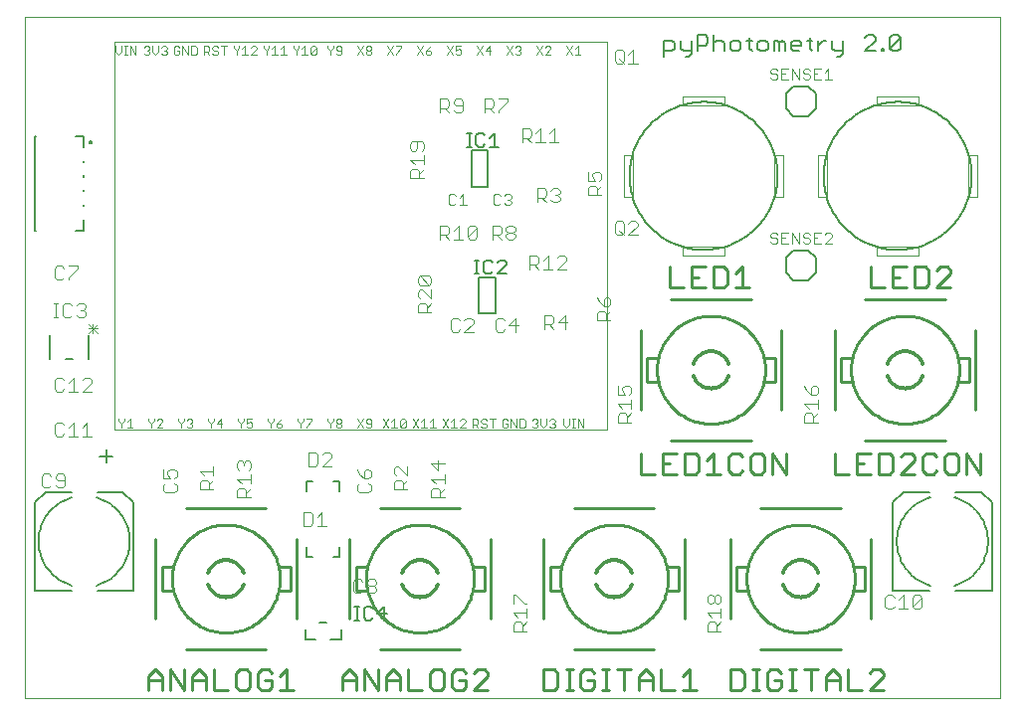
<source format=gto>
G75*
%MOIN*%
%OFA0B0*%
%FSLAX24Y24*%
%IPPOS*%
%LPD*%
%AMOC8*
5,1,8,0,0,1.08239X$1,22.5*
%
%ADD10C,0.0000*%
%ADD11C,0.0070*%
%ADD12C,0.0060*%
%ADD13C,0.0050*%
%ADD14C,0.0100*%
%ADD15C,0.0120*%
%ADD16C,0.0040*%
%ADD17C,0.0030*%
%ADD18C,0.0010*%
%ADD19C,0.0080*%
%ADD20C,0.0079*%
D10*
X000180Y003833D02*
X000180Y026668D01*
X032857Y026668D01*
X032857Y003833D01*
X000180Y003833D01*
X020253Y020625D02*
X020568Y020625D01*
X020568Y022042D01*
X020253Y022042D01*
X020253Y020625D01*
X022221Y018971D02*
X022221Y018656D01*
X023639Y018656D01*
X023639Y018971D01*
X022221Y018971D01*
X025292Y020625D02*
X025607Y020625D01*
X025607Y022042D01*
X025292Y022042D01*
X025292Y020625D01*
X026753Y020625D02*
X026753Y022042D01*
X027068Y022042D01*
X027068Y020625D01*
X026753Y020625D01*
X028721Y018971D02*
X028721Y018656D01*
X030139Y018656D01*
X030139Y018971D01*
X028721Y018971D01*
X031792Y020625D02*
X032107Y020625D01*
X032107Y022042D01*
X031792Y022042D01*
X031792Y020625D01*
X030139Y023696D02*
X028721Y023696D01*
X028721Y024010D01*
X030139Y024010D01*
X030139Y023696D01*
X023639Y023696D02*
X023639Y024010D01*
X022221Y024010D01*
X022221Y023696D01*
X023639Y023696D01*
D11*
X022430Y025342D02*
X022341Y025342D01*
X022430Y025342D02*
X022518Y025430D01*
X022518Y025872D01*
X022717Y026049D02*
X022717Y025518D01*
X022717Y025695D02*
X022982Y025695D01*
X023071Y025784D01*
X023071Y025960D01*
X022982Y026049D01*
X022717Y026049D01*
X022165Y025872D02*
X022165Y025607D01*
X022253Y025518D01*
X022518Y025518D01*
X021966Y025607D02*
X021877Y025518D01*
X021612Y025518D01*
X021612Y025342D02*
X021612Y025872D01*
X021877Y025872D01*
X021966Y025784D01*
X021966Y025607D01*
X023269Y025518D02*
X023269Y026049D01*
X023358Y025872D02*
X023535Y025872D01*
X023623Y025784D01*
X023623Y025518D01*
X023822Y025607D02*
X023822Y025784D01*
X023910Y025872D01*
X024087Y025872D01*
X024176Y025784D01*
X024176Y025607D01*
X024087Y025518D01*
X023910Y025518D01*
X023822Y025607D01*
X024374Y025872D02*
X024551Y025872D01*
X024463Y025960D02*
X024463Y025607D01*
X024551Y025518D01*
X024743Y025607D02*
X024743Y025784D01*
X024831Y025872D01*
X025008Y025872D01*
X025096Y025784D01*
X025096Y025607D01*
X025008Y025518D01*
X024831Y025518D01*
X024743Y025607D01*
X025295Y025518D02*
X025295Y025872D01*
X025384Y025872D01*
X025472Y025784D01*
X025560Y025872D01*
X025649Y025784D01*
X025649Y025518D01*
X025472Y025518D02*
X025472Y025784D01*
X025848Y025784D02*
X025848Y025607D01*
X025936Y025518D01*
X026113Y025518D01*
X026201Y025695D02*
X025848Y025695D01*
X025848Y025784D02*
X025936Y025872D01*
X026113Y025872D01*
X026201Y025784D01*
X026201Y025695D01*
X026400Y025872D02*
X026577Y025872D01*
X026489Y025960D02*
X026489Y025607D01*
X026577Y025518D01*
X026768Y025518D02*
X026768Y025872D01*
X026768Y025695D02*
X026945Y025872D01*
X027034Y025872D01*
X027229Y025872D02*
X027229Y025607D01*
X027317Y025518D01*
X027583Y025518D01*
X027583Y025430D02*
X027494Y025342D01*
X027406Y025342D01*
X027583Y025430D02*
X027583Y025872D01*
X028334Y025960D02*
X028422Y026049D01*
X028599Y026049D01*
X028687Y025960D01*
X028687Y025872D01*
X028334Y025518D01*
X028687Y025518D01*
X028886Y025518D02*
X028975Y025518D01*
X028975Y025607D01*
X028886Y025607D01*
X028886Y025518D01*
X029163Y025607D02*
X029163Y025960D01*
X029251Y026049D01*
X029428Y026049D01*
X029516Y025960D01*
X029163Y025607D01*
X029251Y025518D01*
X029428Y025518D01*
X029516Y025607D01*
X029516Y025960D01*
X023358Y025872D02*
X023269Y025784D01*
D12*
X025680Y024083D02*
X025930Y024333D01*
X026430Y024333D01*
X026680Y024083D01*
X026680Y023583D01*
X026430Y023333D01*
X025930Y023333D01*
X025680Y023583D01*
X025680Y024083D01*
X025930Y018833D02*
X025680Y018583D01*
X025680Y018083D01*
X025930Y017833D01*
X026430Y017833D01*
X026680Y018083D01*
X026680Y018583D01*
X026430Y018833D01*
X025930Y018833D01*
X015960Y017941D02*
X015960Y016725D01*
X015399Y016725D01*
X015399Y017941D01*
X015960Y017941D01*
X015710Y020975D02*
X015149Y020975D01*
X015149Y022191D01*
X015710Y022191D01*
X015710Y020975D01*
X010740Y011093D02*
X010520Y011093D01*
X010740Y011093D02*
X010740Y010773D01*
X009840Y011093D02*
X009620Y011093D01*
X009620Y010773D01*
X009620Y008893D02*
X009620Y008573D01*
X009840Y008573D01*
X010520Y008573D02*
X010740Y008573D01*
X010740Y008893D01*
X010300Y006363D02*
X010060Y006363D01*
X009580Y006143D02*
X009580Y005803D01*
X009930Y005803D01*
X010430Y005803D02*
X010780Y005803D01*
X010780Y006143D01*
X003137Y011934D02*
X002710Y011934D01*
X002924Y012147D02*
X002924Y011720D01*
X002320Y015183D02*
X002320Y015983D01*
X001810Y015183D02*
X001550Y015183D01*
X001040Y015183D02*
X001040Y015983D01*
X000562Y019509D02*
X000513Y019509D01*
X000513Y022658D01*
X000562Y022658D01*
X001881Y022658D02*
X002166Y022658D01*
X002166Y022294D01*
X002166Y021841D02*
X002166Y021802D01*
X002166Y021349D02*
X002166Y021310D01*
X002166Y020857D02*
X002166Y020818D01*
X002166Y020365D02*
X002166Y020325D01*
X002166Y019873D02*
X002166Y019509D01*
X001881Y019509D01*
D13*
X015005Y022308D02*
X015155Y022308D01*
X015080Y022308D02*
X015080Y022759D01*
X015005Y022759D02*
X015155Y022759D01*
X015312Y022684D02*
X015312Y022383D01*
X015387Y022308D01*
X015537Y022308D01*
X015612Y022383D01*
X015772Y022308D02*
X016073Y022308D01*
X015922Y022308D02*
X015922Y022759D01*
X015772Y022609D01*
X015612Y022684D02*
X015537Y022759D01*
X015387Y022759D01*
X015312Y022684D01*
X015330Y018509D02*
X015330Y018058D01*
X015255Y018058D02*
X015405Y018058D01*
X015562Y018133D02*
X015562Y018434D01*
X015637Y018509D01*
X015787Y018509D01*
X015862Y018434D01*
X016022Y018434D02*
X016097Y018509D01*
X016248Y018509D01*
X016323Y018434D01*
X016323Y018359D01*
X016022Y018058D01*
X016323Y018058D01*
X015862Y018133D02*
X015787Y018058D01*
X015637Y018058D01*
X015562Y018133D01*
X015405Y018509D02*
X015255Y018509D01*
X020450Y021333D02*
X020452Y021432D01*
X020458Y021531D01*
X020468Y021630D01*
X020482Y021728D01*
X020499Y021826D01*
X020521Y021923D01*
X020547Y022019D01*
X020576Y022114D01*
X020609Y022207D01*
X020646Y022299D01*
X020686Y022390D01*
X020731Y022479D01*
X020778Y022566D01*
X020829Y022651D01*
X020884Y022734D01*
X020941Y022815D01*
X021002Y022893D01*
X021066Y022969D01*
X021133Y023042D01*
X021203Y023113D01*
X021275Y023180D01*
X021351Y023245D01*
X021428Y023307D01*
X021509Y023365D01*
X021591Y023421D01*
X021676Y023472D01*
X021762Y023521D01*
X021851Y023566D01*
X021941Y023607D01*
X022033Y023645D01*
X022126Y023679D01*
X022220Y023709D01*
X022316Y023736D01*
X022413Y023758D01*
X022510Y023777D01*
X022608Y023792D01*
X022707Y023803D01*
X022806Y023810D01*
X022905Y023813D01*
X023004Y023812D01*
X023104Y023807D01*
X023202Y023798D01*
X023301Y023785D01*
X023399Y023768D01*
X023496Y023748D01*
X023592Y023723D01*
X023687Y023695D01*
X023781Y023662D01*
X023873Y023627D01*
X023964Y023587D01*
X024054Y023544D01*
X024141Y023497D01*
X024227Y023447D01*
X024310Y023393D01*
X024392Y023336D01*
X024471Y023276D01*
X024547Y023213D01*
X024621Y023147D01*
X024692Y023078D01*
X024761Y023006D01*
X024826Y022931D01*
X024889Y022854D01*
X024948Y022775D01*
X025004Y022693D01*
X025057Y022609D01*
X025106Y022523D01*
X025152Y022435D01*
X025194Y022345D01*
X025233Y022253D01*
X025268Y022160D01*
X025299Y022066D01*
X025327Y021971D01*
X025350Y021874D01*
X025370Y021777D01*
X025386Y021679D01*
X025398Y021581D01*
X025406Y021482D01*
X025410Y021383D01*
X025410Y021283D01*
X025406Y021184D01*
X025398Y021085D01*
X025386Y020987D01*
X025370Y020889D01*
X025350Y020792D01*
X025327Y020695D01*
X025299Y020600D01*
X025268Y020506D01*
X025233Y020413D01*
X025194Y020321D01*
X025152Y020231D01*
X025106Y020143D01*
X025057Y020057D01*
X025004Y019973D01*
X024948Y019891D01*
X024889Y019812D01*
X024826Y019735D01*
X024761Y019660D01*
X024692Y019588D01*
X024621Y019519D01*
X024547Y019453D01*
X024471Y019390D01*
X024392Y019330D01*
X024310Y019273D01*
X024227Y019219D01*
X024141Y019169D01*
X024054Y019122D01*
X023964Y019079D01*
X023873Y019039D01*
X023781Y019004D01*
X023687Y018971D01*
X023592Y018943D01*
X023496Y018918D01*
X023399Y018898D01*
X023301Y018881D01*
X023202Y018868D01*
X023104Y018859D01*
X023004Y018854D01*
X022905Y018853D01*
X022806Y018856D01*
X022707Y018863D01*
X022608Y018874D01*
X022510Y018889D01*
X022413Y018908D01*
X022316Y018930D01*
X022220Y018957D01*
X022126Y018987D01*
X022033Y019021D01*
X021941Y019059D01*
X021851Y019100D01*
X021762Y019145D01*
X021676Y019194D01*
X021591Y019245D01*
X021509Y019301D01*
X021428Y019359D01*
X021351Y019421D01*
X021275Y019486D01*
X021203Y019553D01*
X021133Y019624D01*
X021066Y019697D01*
X021002Y019773D01*
X020941Y019851D01*
X020884Y019932D01*
X020829Y020015D01*
X020778Y020100D01*
X020731Y020187D01*
X020686Y020276D01*
X020646Y020367D01*
X020609Y020459D01*
X020576Y020552D01*
X020547Y020647D01*
X020521Y020743D01*
X020499Y020840D01*
X020482Y020938D01*
X020468Y021036D01*
X020458Y021135D01*
X020452Y021234D01*
X020450Y021333D01*
X026950Y021333D02*
X026952Y021432D01*
X026958Y021531D01*
X026968Y021630D01*
X026982Y021728D01*
X026999Y021826D01*
X027021Y021923D01*
X027047Y022019D01*
X027076Y022114D01*
X027109Y022207D01*
X027146Y022299D01*
X027186Y022390D01*
X027231Y022479D01*
X027278Y022566D01*
X027329Y022651D01*
X027384Y022734D01*
X027441Y022815D01*
X027502Y022893D01*
X027566Y022969D01*
X027633Y023042D01*
X027703Y023113D01*
X027775Y023180D01*
X027851Y023245D01*
X027928Y023307D01*
X028009Y023365D01*
X028091Y023421D01*
X028176Y023472D01*
X028262Y023521D01*
X028351Y023566D01*
X028441Y023607D01*
X028533Y023645D01*
X028626Y023679D01*
X028720Y023709D01*
X028816Y023736D01*
X028913Y023758D01*
X029010Y023777D01*
X029108Y023792D01*
X029207Y023803D01*
X029306Y023810D01*
X029405Y023813D01*
X029504Y023812D01*
X029604Y023807D01*
X029702Y023798D01*
X029801Y023785D01*
X029899Y023768D01*
X029996Y023748D01*
X030092Y023723D01*
X030187Y023695D01*
X030281Y023662D01*
X030373Y023627D01*
X030464Y023587D01*
X030554Y023544D01*
X030641Y023497D01*
X030727Y023447D01*
X030810Y023393D01*
X030892Y023336D01*
X030971Y023276D01*
X031047Y023213D01*
X031121Y023147D01*
X031192Y023078D01*
X031261Y023006D01*
X031326Y022931D01*
X031389Y022854D01*
X031448Y022775D01*
X031504Y022693D01*
X031557Y022609D01*
X031606Y022523D01*
X031652Y022435D01*
X031694Y022345D01*
X031733Y022253D01*
X031768Y022160D01*
X031799Y022066D01*
X031827Y021971D01*
X031850Y021874D01*
X031870Y021777D01*
X031886Y021679D01*
X031898Y021581D01*
X031906Y021482D01*
X031910Y021383D01*
X031910Y021283D01*
X031906Y021184D01*
X031898Y021085D01*
X031886Y020987D01*
X031870Y020889D01*
X031850Y020792D01*
X031827Y020695D01*
X031799Y020600D01*
X031768Y020506D01*
X031733Y020413D01*
X031694Y020321D01*
X031652Y020231D01*
X031606Y020143D01*
X031557Y020057D01*
X031504Y019973D01*
X031448Y019891D01*
X031389Y019812D01*
X031326Y019735D01*
X031261Y019660D01*
X031192Y019588D01*
X031121Y019519D01*
X031047Y019453D01*
X030971Y019390D01*
X030892Y019330D01*
X030810Y019273D01*
X030727Y019219D01*
X030641Y019169D01*
X030554Y019122D01*
X030464Y019079D01*
X030373Y019039D01*
X030281Y019004D01*
X030187Y018971D01*
X030092Y018943D01*
X029996Y018918D01*
X029899Y018898D01*
X029801Y018881D01*
X029702Y018868D01*
X029604Y018859D01*
X029504Y018854D01*
X029405Y018853D01*
X029306Y018856D01*
X029207Y018863D01*
X029108Y018874D01*
X029010Y018889D01*
X028913Y018908D01*
X028816Y018930D01*
X028720Y018957D01*
X028626Y018987D01*
X028533Y019021D01*
X028441Y019059D01*
X028351Y019100D01*
X028262Y019145D01*
X028176Y019194D01*
X028091Y019245D01*
X028009Y019301D01*
X027928Y019359D01*
X027851Y019421D01*
X027775Y019486D01*
X027703Y019553D01*
X027633Y019624D01*
X027566Y019697D01*
X027502Y019773D01*
X027441Y019851D01*
X027384Y019932D01*
X027329Y020015D01*
X027278Y020100D01*
X027231Y020187D01*
X027186Y020276D01*
X027146Y020367D01*
X027109Y020459D01*
X027076Y020552D01*
X027047Y020647D01*
X027021Y020743D01*
X026999Y020840D01*
X026982Y020938D01*
X026968Y021036D01*
X026958Y021135D01*
X026952Y021234D01*
X026950Y021333D01*
X012238Y006889D02*
X012012Y006664D01*
X012313Y006664D01*
X012238Y006889D02*
X012238Y006438D01*
X011852Y006513D02*
X011777Y006438D01*
X011627Y006438D01*
X011552Y006513D01*
X011552Y006814D01*
X011627Y006889D01*
X011777Y006889D01*
X011852Y006814D01*
X011395Y006889D02*
X011245Y006889D01*
X011320Y006889D02*
X011320Y006438D01*
X011245Y006438D02*
X011395Y006438D01*
D14*
X011068Y006491D02*
X011068Y009176D01*
X011280Y008233D02*
X011280Y007433D01*
X011630Y007433D01*
X011630Y008233D02*
X011280Y008233D01*
X011621Y007833D02*
X011623Y007918D01*
X011629Y008002D01*
X011639Y008087D01*
X011653Y008170D01*
X011670Y008253D01*
X011692Y008335D01*
X011718Y008416D01*
X011747Y008496D01*
X011780Y008574D01*
X011816Y008650D01*
X011856Y008725D01*
X011900Y008798D01*
X011947Y008869D01*
X011997Y008937D01*
X012050Y009003D01*
X012107Y009066D01*
X012166Y009127D01*
X012228Y009185D01*
X012293Y009240D01*
X012360Y009292D01*
X012429Y009340D01*
X012501Y009385D01*
X012575Y009427D01*
X012651Y009465D01*
X012728Y009500D01*
X012807Y009531D01*
X012887Y009559D01*
X012969Y009582D01*
X013051Y009602D01*
X013134Y009618D01*
X013218Y009630D01*
X013303Y009638D01*
X013388Y009642D01*
X013472Y009642D01*
X013557Y009638D01*
X013642Y009630D01*
X013726Y009618D01*
X013809Y009602D01*
X013891Y009582D01*
X013973Y009559D01*
X014053Y009531D01*
X014132Y009500D01*
X014209Y009465D01*
X014285Y009427D01*
X014359Y009385D01*
X014431Y009340D01*
X014500Y009292D01*
X014567Y009240D01*
X014632Y009185D01*
X014694Y009127D01*
X014753Y009066D01*
X014810Y009003D01*
X014863Y008937D01*
X014913Y008869D01*
X014960Y008798D01*
X015004Y008725D01*
X015044Y008650D01*
X015080Y008574D01*
X015113Y008496D01*
X015142Y008416D01*
X015168Y008335D01*
X015190Y008253D01*
X015207Y008170D01*
X015221Y008087D01*
X015231Y008002D01*
X015237Y007918D01*
X015239Y007833D01*
X015237Y007748D01*
X015231Y007664D01*
X015221Y007579D01*
X015207Y007496D01*
X015190Y007413D01*
X015168Y007331D01*
X015142Y007250D01*
X015113Y007170D01*
X015080Y007092D01*
X015044Y007016D01*
X015004Y006941D01*
X014960Y006868D01*
X014913Y006797D01*
X014863Y006729D01*
X014810Y006663D01*
X014753Y006600D01*
X014694Y006539D01*
X014632Y006481D01*
X014567Y006426D01*
X014500Y006374D01*
X014431Y006326D01*
X014359Y006281D01*
X014285Y006239D01*
X014209Y006201D01*
X014132Y006166D01*
X014053Y006135D01*
X013973Y006107D01*
X013891Y006084D01*
X013809Y006064D01*
X013726Y006048D01*
X013642Y006036D01*
X013557Y006028D01*
X013472Y006024D01*
X013388Y006024D01*
X013303Y006028D01*
X013218Y006036D01*
X013134Y006048D01*
X013051Y006064D01*
X012969Y006084D01*
X012887Y006107D01*
X012807Y006135D01*
X012728Y006166D01*
X012651Y006201D01*
X012575Y006239D01*
X012501Y006281D01*
X012429Y006326D01*
X012360Y006374D01*
X012293Y006426D01*
X012228Y006481D01*
X012166Y006539D01*
X012107Y006600D01*
X012050Y006663D01*
X011997Y006729D01*
X011947Y006797D01*
X011900Y006868D01*
X011856Y006941D01*
X011816Y007016D01*
X011780Y007092D01*
X011747Y007170D01*
X011718Y007250D01*
X011692Y007331D01*
X011670Y007413D01*
X011653Y007496D01*
X011639Y007579D01*
X011629Y007664D01*
X011623Y007748D01*
X011621Y007833D01*
X009292Y006491D02*
X009292Y009176D01*
X009080Y008233D02*
X008730Y008233D01*
X009080Y008233D02*
X009080Y007433D01*
X008730Y007433D01*
X005121Y007833D02*
X005123Y007918D01*
X005129Y008002D01*
X005139Y008087D01*
X005153Y008170D01*
X005170Y008253D01*
X005192Y008335D01*
X005218Y008416D01*
X005247Y008496D01*
X005280Y008574D01*
X005316Y008650D01*
X005356Y008725D01*
X005400Y008798D01*
X005447Y008869D01*
X005497Y008937D01*
X005550Y009003D01*
X005607Y009066D01*
X005666Y009127D01*
X005728Y009185D01*
X005793Y009240D01*
X005860Y009292D01*
X005929Y009340D01*
X006001Y009385D01*
X006075Y009427D01*
X006151Y009465D01*
X006228Y009500D01*
X006307Y009531D01*
X006387Y009559D01*
X006469Y009582D01*
X006551Y009602D01*
X006634Y009618D01*
X006718Y009630D01*
X006803Y009638D01*
X006888Y009642D01*
X006972Y009642D01*
X007057Y009638D01*
X007142Y009630D01*
X007226Y009618D01*
X007309Y009602D01*
X007391Y009582D01*
X007473Y009559D01*
X007553Y009531D01*
X007632Y009500D01*
X007709Y009465D01*
X007785Y009427D01*
X007859Y009385D01*
X007931Y009340D01*
X008000Y009292D01*
X008067Y009240D01*
X008132Y009185D01*
X008194Y009127D01*
X008253Y009066D01*
X008310Y009003D01*
X008363Y008937D01*
X008413Y008869D01*
X008460Y008798D01*
X008504Y008725D01*
X008544Y008650D01*
X008580Y008574D01*
X008613Y008496D01*
X008642Y008416D01*
X008668Y008335D01*
X008690Y008253D01*
X008707Y008170D01*
X008721Y008087D01*
X008731Y008002D01*
X008737Y007918D01*
X008739Y007833D01*
X008737Y007748D01*
X008731Y007664D01*
X008721Y007579D01*
X008707Y007496D01*
X008690Y007413D01*
X008668Y007331D01*
X008642Y007250D01*
X008613Y007170D01*
X008580Y007092D01*
X008544Y007016D01*
X008504Y006941D01*
X008460Y006868D01*
X008413Y006797D01*
X008363Y006729D01*
X008310Y006663D01*
X008253Y006600D01*
X008194Y006539D01*
X008132Y006481D01*
X008067Y006426D01*
X008000Y006374D01*
X007931Y006326D01*
X007859Y006281D01*
X007785Y006239D01*
X007709Y006201D01*
X007632Y006166D01*
X007553Y006135D01*
X007473Y006107D01*
X007391Y006084D01*
X007309Y006064D01*
X007226Y006048D01*
X007142Y006036D01*
X007057Y006028D01*
X006972Y006024D01*
X006888Y006024D01*
X006803Y006028D01*
X006718Y006036D01*
X006634Y006048D01*
X006551Y006064D01*
X006469Y006084D01*
X006387Y006107D01*
X006307Y006135D01*
X006228Y006166D01*
X006151Y006201D01*
X006075Y006239D01*
X006001Y006281D01*
X005929Y006326D01*
X005860Y006374D01*
X005793Y006426D01*
X005728Y006481D01*
X005666Y006539D01*
X005607Y006600D01*
X005550Y006663D01*
X005497Y006729D01*
X005447Y006797D01*
X005400Y006868D01*
X005356Y006941D01*
X005316Y007016D01*
X005280Y007092D01*
X005247Y007170D01*
X005218Y007250D01*
X005192Y007331D01*
X005170Y007413D01*
X005153Y007496D01*
X005139Y007579D01*
X005129Y007664D01*
X005123Y007748D01*
X005121Y007833D01*
X005130Y008233D02*
X004780Y008233D01*
X004780Y007433D01*
X005130Y007433D01*
X004568Y006491D02*
X004568Y009176D01*
X005587Y010196D02*
X008273Y010196D01*
X012087Y010196D02*
X014773Y010196D01*
X015792Y009176D02*
X015792Y006491D01*
X015580Y007433D02*
X015230Y007433D01*
X015580Y007433D02*
X015580Y008233D01*
X015230Y008233D01*
X017568Y009176D02*
X017568Y006491D01*
X017780Y007433D02*
X018130Y007433D01*
X017780Y007433D02*
X017780Y008233D01*
X018130Y008233D01*
X018121Y007833D02*
X018123Y007918D01*
X018129Y008002D01*
X018139Y008087D01*
X018153Y008170D01*
X018170Y008253D01*
X018192Y008335D01*
X018218Y008416D01*
X018247Y008496D01*
X018280Y008574D01*
X018316Y008650D01*
X018356Y008725D01*
X018400Y008798D01*
X018447Y008869D01*
X018497Y008937D01*
X018550Y009003D01*
X018607Y009066D01*
X018666Y009127D01*
X018728Y009185D01*
X018793Y009240D01*
X018860Y009292D01*
X018929Y009340D01*
X019001Y009385D01*
X019075Y009427D01*
X019151Y009465D01*
X019228Y009500D01*
X019307Y009531D01*
X019387Y009559D01*
X019469Y009582D01*
X019551Y009602D01*
X019634Y009618D01*
X019718Y009630D01*
X019803Y009638D01*
X019888Y009642D01*
X019972Y009642D01*
X020057Y009638D01*
X020142Y009630D01*
X020226Y009618D01*
X020309Y009602D01*
X020391Y009582D01*
X020473Y009559D01*
X020553Y009531D01*
X020632Y009500D01*
X020709Y009465D01*
X020785Y009427D01*
X020859Y009385D01*
X020931Y009340D01*
X021000Y009292D01*
X021067Y009240D01*
X021132Y009185D01*
X021194Y009127D01*
X021253Y009066D01*
X021310Y009003D01*
X021363Y008937D01*
X021413Y008869D01*
X021460Y008798D01*
X021504Y008725D01*
X021544Y008650D01*
X021580Y008574D01*
X021613Y008496D01*
X021642Y008416D01*
X021668Y008335D01*
X021690Y008253D01*
X021707Y008170D01*
X021721Y008087D01*
X021731Y008002D01*
X021737Y007918D01*
X021739Y007833D01*
X021737Y007748D01*
X021731Y007664D01*
X021721Y007579D01*
X021707Y007496D01*
X021690Y007413D01*
X021668Y007331D01*
X021642Y007250D01*
X021613Y007170D01*
X021580Y007092D01*
X021544Y007016D01*
X021504Y006941D01*
X021460Y006868D01*
X021413Y006797D01*
X021363Y006729D01*
X021310Y006663D01*
X021253Y006600D01*
X021194Y006539D01*
X021132Y006481D01*
X021067Y006426D01*
X021000Y006374D01*
X020931Y006326D01*
X020859Y006281D01*
X020785Y006239D01*
X020709Y006201D01*
X020632Y006166D01*
X020553Y006135D01*
X020473Y006107D01*
X020391Y006084D01*
X020309Y006064D01*
X020226Y006048D01*
X020142Y006036D01*
X020057Y006028D01*
X019972Y006024D01*
X019888Y006024D01*
X019803Y006028D01*
X019718Y006036D01*
X019634Y006048D01*
X019551Y006064D01*
X019469Y006084D01*
X019387Y006107D01*
X019307Y006135D01*
X019228Y006166D01*
X019151Y006201D01*
X019075Y006239D01*
X019001Y006281D01*
X018929Y006326D01*
X018860Y006374D01*
X018793Y006426D01*
X018728Y006481D01*
X018666Y006539D01*
X018607Y006600D01*
X018550Y006663D01*
X018497Y006729D01*
X018447Y006797D01*
X018400Y006868D01*
X018356Y006941D01*
X018316Y007016D01*
X018280Y007092D01*
X018247Y007170D01*
X018218Y007250D01*
X018192Y007331D01*
X018170Y007413D01*
X018153Y007496D01*
X018139Y007579D01*
X018129Y007664D01*
X018123Y007748D01*
X018121Y007833D01*
X018587Y005471D02*
X021273Y005471D01*
X021507Y004784D02*
X021507Y004083D01*
X021974Y004083D01*
X022243Y004083D02*
X022710Y004083D01*
X022477Y004083D02*
X022477Y004784D01*
X022243Y004550D01*
X021237Y004550D02*
X021237Y004083D01*
X021237Y004434D02*
X020770Y004434D01*
X020770Y004550D02*
X021004Y004784D01*
X021237Y004550D01*
X020770Y004550D02*
X020770Y004083D01*
X020267Y004083D02*
X020267Y004784D01*
X020033Y004784D02*
X020501Y004784D01*
X019776Y004784D02*
X019542Y004784D01*
X019659Y004784D02*
X019659Y004083D01*
X019542Y004083D02*
X019776Y004083D01*
X019273Y004200D02*
X019273Y004434D01*
X019039Y004434D01*
X018806Y004667D02*
X018806Y004200D01*
X018923Y004083D01*
X019156Y004083D01*
X019273Y004200D01*
X019273Y004667D02*
X019156Y004784D01*
X018923Y004784D01*
X018806Y004667D01*
X018548Y004784D02*
X018315Y004784D01*
X018431Y004784D02*
X018431Y004083D01*
X018315Y004083D02*
X018548Y004083D01*
X018045Y004200D02*
X018045Y004667D01*
X017928Y004784D01*
X017578Y004784D01*
X017578Y004083D01*
X017928Y004083D01*
X018045Y004200D01*
X015710Y004083D02*
X015243Y004083D01*
X015710Y004550D01*
X015710Y004667D01*
X015594Y004784D01*
X015360Y004784D01*
X015243Y004667D01*
X014974Y004667D02*
X014857Y004784D01*
X014624Y004784D01*
X014507Y004667D01*
X014507Y004200D01*
X014624Y004083D01*
X014857Y004083D01*
X014974Y004200D01*
X014974Y004434D01*
X014740Y004434D01*
X014237Y004200D02*
X014237Y004667D01*
X014120Y004784D01*
X013887Y004784D01*
X013770Y004667D01*
X013770Y004200D01*
X013887Y004083D01*
X014120Y004083D01*
X014237Y004200D01*
X013501Y004083D02*
X013033Y004083D01*
X013033Y004784D01*
X012764Y004550D02*
X012764Y004083D01*
X012764Y004434D02*
X012297Y004434D01*
X012297Y004550D02*
X012530Y004784D01*
X012764Y004550D01*
X012297Y004550D02*
X012297Y004083D01*
X012027Y004083D02*
X012027Y004784D01*
X011560Y004784D02*
X012027Y004083D01*
X011560Y004083D02*
X011560Y004784D01*
X011291Y004550D02*
X011291Y004083D01*
X011291Y004434D02*
X010824Y004434D01*
X010824Y004550D02*
X011057Y004784D01*
X011291Y004550D01*
X010824Y004550D02*
X010824Y004083D01*
X009210Y004083D02*
X008743Y004083D01*
X008977Y004083D02*
X008977Y004784D01*
X008743Y004550D01*
X008474Y004434D02*
X008474Y004200D01*
X008357Y004083D01*
X008124Y004083D01*
X008007Y004200D01*
X008007Y004667D01*
X008124Y004784D01*
X008357Y004784D01*
X008474Y004667D01*
X008474Y004434D02*
X008240Y004434D01*
X007737Y004200D02*
X007737Y004667D01*
X007620Y004784D01*
X007387Y004784D01*
X007270Y004667D01*
X007270Y004200D01*
X007387Y004083D01*
X007620Y004083D01*
X007737Y004200D01*
X007001Y004083D02*
X006533Y004083D01*
X006533Y004784D01*
X006264Y004550D02*
X006264Y004083D01*
X006264Y004434D02*
X005797Y004434D01*
X005797Y004550D02*
X006030Y004784D01*
X006264Y004550D01*
X005797Y004550D02*
X005797Y004083D01*
X005527Y004083D02*
X005527Y004784D01*
X005060Y004784D02*
X005527Y004083D01*
X005060Y004083D02*
X005060Y004784D01*
X004791Y004550D02*
X004791Y004083D01*
X004791Y004434D02*
X004324Y004434D01*
X004324Y004550D02*
X004557Y004784D01*
X004791Y004550D01*
X004324Y004550D02*
X004324Y004083D01*
X005587Y005471D02*
X008273Y005471D01*
X012087Y005471D02*
X014773Y005471D01*
X018587Y010196D02*
X021273Y010196D01*
X021291Y011333D02*
X020824Y011333D01*
X020824Y012034D01*
X021560Y012034D02*
X021560Y011333D01*
X022027Y011333D01*
X022297Y011333D02*
X022647Y011333D01*
X022764Y011450D01*
X022764Y011917D01*
X022647Y012034D01*
X022297Y012034D01*
X022297Y011333D01*
X021794Y011684D02*
X021560Y011684D01*
X021560Y012034D02*
X022027Y012034D01*
X021837Y012471D02*
X024523Y012471D01*
X024624Y012034D02*
X024507Y011917D01*
X024507Y011450D01*
X024624Y011333D01*
X024857Y011333D01*
X024974Y011450D01*
X024974Y011917D01*
X024857Y012034D01*
X024624Y012034D01*
X024237Y011917D02*
X024120Y012034D01*
X023887Y012034D01*
X023770Y011917D01*
X023770Y011450D01*
X023887Y011333D01*
X024120Y011333D01*
X024237Y011450D01*
X023501Y011333D02*
X023033Y011333D01*
X023267Y011333D02*
X023267Y012034D01*
X023033Y011800D01*
X024837Y010196D02*
X027523Y010196D01*
X027324Y011333D02*
X027791Y011333D01*
X028060Y011333D02*
X028527Y011333D01*
X028797Y011333D02*
X029147Y011333D01*
X029264Y011450D01*
X029264Y011917D01*
X029147Y012034D01*
X028797Y012034D01*
X028797Y011333D01*
X028294Y011684D02*
X028060Y011684D01*
X028060Y012034D02*
X028060Y011333D01*
X028060Y012034D02*
X028527Y012034D01*
X028337Y012471D02*
X031023Y012471D01*
X031124Y012034D02*
X031007Y011917D01*
X031007Y011450D01*
X031124Y011333D01*
X031357Y011333D01*
X031474Y011450D01*
X031474Y011917D01*
X031357Y012034D01*
X031124Y012034D01*
X030737Y011917D02*
X030620Y012034D01*
X030387Y012034D01*
X030270Y011917D01*
X030270Y011450D01*
X030387Y011333D01*
X030620Y011333D01*
X030737Y011450D01*
X030001Y011333D02*
X029533Y011333D01*
X030001Y011800D01*
X030001Y011917D01*
X029884Y012034D01*
X029650Y012034D01*
X029533Y011917D01*
X027324Y012034D02*
X027324Y011333D01*
X025710Y011333D02*
X025710Y012034D01*
X025243Y012034D02*
X025710Y011333D01*
X025243Y011333D02*
X025243Y012034D01*
X025542Y013491D02*
X025542Y016176D01*
X025330Y015233D02*
X024980Y015233D01*
X025330Y015233D02*
X025330Y014433D01*
X024980Y014433D01*
X021371Y014833D02*
X021373Y014918D01*
X021379Y015002D01*
X021389Y015087D01*
X021403Y015170D01*
X021420Y015253D01*
X021442Y015335D01*
X021468Y015416D01*
X021497Y015496D01*
X021530Y015574D01*
X021566Y015650D01*
X021606Y015725D01*
X021650Y015798D01*
X021697Y015869D01*
X021747Y015937D01*
X021800Y016003D01*
X021857Y016066D01*
X021916Y016127D01*
X021978Y016185D01*
X022043Y016240D01*
X022110Y016292D01*
X022179Y016340D01*
X022251Y016385D01*
X022325Y016427D01*
X022401Y016465D01*
X022478Y016500D01*
X022557Y016531D01*
X022637Y016559D01*
X022719Y016582D01*
X022801Y016602D01*
X022884Y016618D01*
X022968Y016630D01*
X023053Y016638D01*
X023138Y016642D01*
X023222Y016642D01*
X023307Y016638D01*
X023392Y016630D01*
X023476Y016618D01*
X023559Y016602D01*
X023641Y016582D01*
X023723Y016559D01*
X023803Y016531D01*
X023882Y016500D01*
X023959Y016465D01*
X024035Y016427D01*
X024109Y016385D01*
X024181Y016340D01*
X024250Y016292D01*
X024317Y016240D01*
X024382Y016185D01*
X024444Y016127D01*
X024503Y016066D01*
X024560Y016003D01*
X024613Y015937D01*
X024663Y015869D01*
X024710Y015798D01*
X024754Y015725D01*
X024794Y015650D01*
X024830Y015574D01*
X024863Y015496D01*
X024892Y015416D01*
X024918Y015335D01*
X024940Y015253D01*
X024957Y015170D01*
X024971Y015087D01*
X024981Y015002D01*
X024987Y014918D01*
X024989Y014833D01*
X024987Y014748D01*
X024981Y014664D01*
X024971Y014579D01*
X024957Y014496D01*
X024940Y014413D01*
X024918Y014331D01*
X024892Y014250D01*
X024863Y014170D01*
X024830Y014092D01*
X024794Y014016D01*
X024754Y013941D01*
X024710Y013868D01*
X024663Y013797D01*
X024613Y013729D01*
X024560Y013663D01*
X024503Y013600D01*
X024444Y013539D01*
X024382Y013481D01*
X024317Y013426D01*
X024250Y013374D01*
X024181Y013326D01*
X024109Y013281D01*
X024035Y013239D01*
X023959Y013201D01*
X023882Y013166D01*
X023803Y013135D01*
X023723Y013107D01*
X023641Y013084D01*
X023559Y013064D01*
X023476Y013048D01*
X023392Y013036D01*
X023307Y013028D01*
X023222Y013024D01*
X023138Y013024D01*
X023053Y013028D01*
X022968Y013036D01*
X022884Y013048D01*
X022801Y013064D01*
X022719Y013084D01*
X022637Y013107D01*
X022557Y013135D01*
X022478Y013166D01*
X022401Y013201D01*
X022325Y013239D01*
X022251Y013281D01*
X022179Y013326D01*
X022110Y013374D01*
X022043Y013426D01*
X021978Y013481D01*
X021916Y013539D01*
X021857Y013600D01*
X021800Y013663D01*
X021747Y013729D01*
X021697Y013797D01*
X021650Y013868D01*
X021606Y013941D01*
X021566Y014016D01*
X021530Y014092D01*
X021497Y014170D01*
X021468Y014250D01*
X021442Y014331D01*
X021420Y014413D01*
X021403Y014496D01*
X021389Y014579D01*
X021379Y014664D01*
X021373Y014748D01*
X021371Y014833D01*
X021380Y015233D02*
X021030Y015233D01*
X021030Y014433D01*
X021380Y014433D01*
X020818Y013491D02*
X020818Y016176D01*
X021837Y017196D02*
X024523Y017196D01*
X024460Y017583D02*
X023993Y017583D01*
X024227Y017583D02*
X024227Y018284D01*
X023993Y018050D01*
X023724Y018167D02*
X023724Y017700D01*
X023607Y017583D01*
X023257Y017583D01*
X023257Y018284D01*
X023607Y018284D01*
X023724Y018167D01*
X022987Y018284D02*
X022520Y018284D01*
X022520Y017583D01*
X022987Y017583D01*
X022754Y017934D02*
X022520Y017934D01*
X022251Y017583D02*
X021783Y017583D01*
X021783Y018284D01*
X027318Y016176D02*
X027318Y013491D01*
X027530Y014433D02*
X027880Y014433D01*
X027530Y014433D02*
X027530Y015233D01*
X027880Y015233D01*
X027871Y014833D02*
X027873Y014918D01*
X027879Y015002D01*
X027889Y015087D01*
X027903Y015170D01*
X027920Y015253D01*
X027942Y015335D01*
X027968Y015416D01*
X027997Y015496D01*
X028030Y015574D01*
X028066Y015650D01*
X028106Y015725D01*
X028150Y015798D01*
X028197Y015869D01*
X028247Y015937D01*
X028300Y016003D01*
X028357Y016066D01*
X028416Y016127D01*
X028478Y016185D01*
X028543Y016240D01*
X028610Y016292D01*
X028679Y016340D01*
X028751Y016385D01*
X028825Y016427D01*
X028901Y016465D01*
X028978Y016500D01*
X029057Y016531D01*
X029137Y016559D01*
X029219Y016582D01*
X029301Y016602D01*
X029384Y016618D01*
X029468Y016630D01*
X029553Y016638D01*
X029638Y016642D01*
X029722Y016642D01*
X029807Y016638D01*
X029892Y016630D01*
X029976Y016618D01*
X030059Y016602D01*
X030141Y016582D01*
X030223Y016559D01*
X030303Y016531D01*
X030382Y016500D01*
X030459Y016465D01*
X030535Y016427D01*
X030609Y016385D01*
X030681Y016340D01*
X030750Y016292D01*
X030817Y016240D01*
X030882Y016185D01*
X030944Y016127D01*
X031003Y016066D01*
X031060Y016003D01*
X031113Y015937D01*
X031163Y015869D01*
X031210Y015798D01*
X031254Y015725D01*
X031294Y015650D01*
X031330Y015574D01*
X031363Y015496D01*
X031392Y015416D01*
X031418Y015335D01*
X031440Y015253D01*
X031457Y015170D01*
X031471Y015087D01*
X031481Y015002D01*
X031487Y014918D01*
X031489Y014833D01*
X031487Y014748D01*
X031481Y014664D01*
X031471Y014579D01*
X031457Y014496D01*
X031440Y014413D01*
X031418Y014331D01*
X031392Y014250D01*
X031363Y014170D01*
X031330Y014092D01*
X031294Y014016D01*
X031254Y013941D01*
X031210Y013868D01*
X031163Y013797D01*
X031113Y013729D01*
X031060Y013663D01*
X031003Y013600D01*
X030944Y013539D01*
X030882Y013481D01*
X030817Y013426D01*
X030750Y013374D01*
X030681Y013326D01*
X030609Y013281D01*
X030535Y013239D01*
X030459Y013201D01*
X030382Y013166D01*
X030303Y013135D01*
X030223Y013107D01*
X030141Y013084D01*
X030059Y013064D01*
X029976Y013048D01*
X029892Y013036D01*
X029807Y013028D01*
X029722Y013024D01*
X029638Y013024D01*
X029553Y013028D01*
X029468Y013036D01*
X029384Y013048D01*
X029301Y013064D01*
X029219Y013084D01*
X029137Y013107D01*
X029057Y013135D01*
X028978Y013166D01*
X028901Y013201D01*
X028825Y013239D01*
X028751Y013281D01*
X028679Y013326D01*
X028610Y013374D01*
X028543Y013426D01*
X028478Y013481D01*
X028416Y013539D01*
X028357Y013600D01*
X028300Y013663D01*
X028247Y013729D01*
X028197Y013797D01*
X028150Y013868D01*
X028106Y013941D01*
X028066Y014016D01*
X028030Y014092D01*
X027997Y014170D01*
X027968Y014250D01*
X027942Y014331D01*
X027920Y014413D01*
X027903Y014496D01*
X027889Y014579D01*
X027879Y014664D01*
X027873Y014748D01*
X027871Y014833D01*
X028337Y017196D02*
X031023Y017196D01*
X031210Y017583D02*
X030743Y017583D01*
X031210Y018050D01*
X031210Y018167D01*
X031094Y018284D01*
X030860Y018284D01*
X030743Y018167D01*
X030474Y018167D02*
X030474Y017700D01*
X030357Y017583D01*
X030007Y017583D01*
X030007Y018284D01*
X030357Y018284D01*
X030474Y018167D01*
X029737Y018284D02*
X029270Y018284D01*
X029270Y017583D01*
X029737Y017583D01*
X029504Y017934D02*
X029270Y017934D01*
X029001Y017583D02*
X028533Y017583D01*
X028533Y018284D01*
X032042Y016176D02*
X032042Y013491D01*
X031830Y014433D02*
X031480Y014433D01*
X031830Y014433D02*
X031830Y015233D01*
X031480Y015233D01*
X031743Y012034D02*
X032210Y011333D01*
X032210Y012034D01*
X031743Y012034D02*
X031743Y011333D01*
X028542Y009176D02*
X028542Y006491D01*
X028330Y007433D02*
X027980Y007433D01*
X028330Y007433D02*
X028330Y008233D01*
X027980Y008233D01*
X024371Y007833D02*
X024373Y007918D01*
X024379Y008002D01*
X024389Y008087D01*
X024403Y008170D01*
X024420Y008253D01*
X024442Y008335D01*
X024468Y008416D01*
X024497Y008496D01*
X024530Y008574D01*
X024566Y008650D01*
X024606Y008725D01*
X024650Y008798D01*
X024697Y008869D01*
X024747Y008937D01*
X024800Y009003D01*
X024857Y009066D01*
X024916Y009127D01*
X024978Y009185D01*
X025043Y009240D01*
X025110Y009292D01*
X025179Y009340D01*
X025251Y009385D01*
X025325Y009427D01*
X025401Y009465D01*
X025478Y009500D01*
X025557Y009531D01*
X025637Y009559D01*
X025719Y009582D01*
X025801Y009602D01*
X025884Y009618D01*
X025968Y009630D01*
X026053Y009638D01*
X026138Y009642D01*
X026222Y009642D01*
X026307Y009638D01*
X026392Y009630D01*
X026476Y009618D01*
X026559Y009602D01*
X026641Y009582D01*
X026723Y009559D01*
X026803Y009531D01*
X026882Y009500D01*
X026959Y009465D01*
X027035Y009427D01*
X027109Y009385D01*
X027181Y009340D01*
X027250Y009292D01*
X027317Y009240D01*
X027382Y009185D01*
X027444Y009127D01*
X027503Y009066D01*
X027560Y009003D01*
X027613Y008937D01*
X027663Y008869D01*
X027710Y008798D01*
X027754Y008725D01*
X027794Y008650D01*
X027830Y008574D01*
X027863Y008496D01*
X027892Y008416D01*
X027918Y008335D01*
X027940Y008253D01*
X027957Y008170D01*
X027971Y008087D01*
X027981Y008002D01*
X027987Y007918D01*
X027989Y007833D01*
X027987Y007748D01*
X027981Y007664D01*
X027971Y007579D01*
X027957Y007496D01*
X027940Y007413D01*
X027918Y007331D01*
X027892Y007250D01*
X027863Y007170D01*
X027830Y007092D01*
X027794Y007016D01*
X027754Y006941D01*
X027710Y006868D01*
X027663Y006797D01*
X027613Y006729D01*
X027560Y006663D01*
X027503Y006600D01*
X027444Y006539D01*
X027382Y006481D01*
X027317Y006426D01*
X027250Y006374D01*
X027181Y006326D01*
X027109Y006281D01*
X027035Y006239D01*
X026959Y006201D01*
X026882Y006166D01*
X026803Y006135D01*
X026723Y006107D01*
X026641Y006084D01*
X026559Y006064D01*
X026476Y006048D01*
X026392Y006036D01*
X026307Y006028D01*
X026222Y006024D01*
X026138Y006024D01*
X026053Y006028D01*
X025968Y006036D01*
X025884Y006048D01*
X025801Y006064D01*
X025719Y006084D01*
X025637Y006107D01*
X025557Y006135D01*
X025478Y006166D01*
X025401Y006201D01*
X025325Y006239D01*
X025251Y006281D01*
X025179Y006326D01*
X025110Y006374D01*
X025043Y006426D01*
X024978Y006481D01*
X024916Y006539D01*
X024857Y006600D01*
X024800Y006663D01*
X024747Y006729D01*
X024697Y006797D01*
X024650Y006868D01*
X024606Y006941D01*
X024566Y007016D01*
X024530Y007092D01*
X024497Y007170D01*
X024468Y007250D01*
X024442Y007331D01*
X024420Y007413D01*
X024403Y007496D01*
X024389Y007579D01*
X024379Y007664D01*
X024373Y007748D01*
X024371Y007833D01*
X024380Y008233D02*
X024030Y008233D01*
X024030Y007433D01*
X024380Y007433D01*
X023818Y006491D02*
X023818Y009176D01*
X022292Y009176D02*
X022292Y006491D01*
X022080Y007433D02*
X021730Y007433D01*
X022080Y007433D02*
X022080Y008233D01*
X021730Y008233D01*
X024837Y005471D02*
X027523Y005471D01*
X027757Y004784D02*
X027757Y004083D01*
X028224Y004083D01*
X028493Y004083D02*
X028960Y004550D01*
X028960Y004667D01*
X028844Y004784D01*
X028610Y004784D01*
X028493Y004667D01*
X028493Y004083D02*
X028960Y004083D01*
X027487Y004083D02*
X027487Y004550D01*
X027254Y004784D01*
X027020Y004550D01*
X027020Y004083D01*
X027020Y004434D02*
X027487Y004434D01*
X026751Y004784D02*
X026283Y004784D01*
X026517Y004784D02*
X026517Y004083D01*
X026026Y004083D02*
X025792Y004083D01*
X025909Y004083D02*
X025909Y004784D01*
X025792Y004784D02*
X026026Y004784D01*
X025523Y004667D02*
X025406Y004784D01*
X025173Y004784D01*
X025056Y004667D01*
X025056Y004200D01*
X025173Y004083D01*
X025406Y004083D01*
X025523Y004200D01*
X025523Y004434D01*
X025289Y004434D01*
X024798Y004784D02*
X024565Y004784D01*
X024681Y004784D02*
X024681Y004083D01*
X024565Y004083D02*
X024798Y004083D01*
X024295Y004200D02*
X024295Y004667D01*
X024178Y004784D01*
X023828Y004784D01*
X023828Y004083D01*
X024178Y004083D01*
X024295Y004200D01*
D15*
X025590Y008030D02*
X025607Y008075D01*
X025628Y008119D01*
X025652Y008161D01*
X025679Y008201D01*
X025709Y008239D01*
X025742Y008275D01*
X025778Y008308D01*
X025816Y008338D01*
X025857Y008364D01*
X025899Y008388D01*
X025943Y008408D01*
X025989Y008425D01*
X026036Y008438D01*
X026083Y008447D01*
X026131Y008453D01*
X026180Y008455D01*
X026229Y008453D01*
X026277Y008447D01*
X026324Y008438D01*
X026371Y008425D01*
X026417Y008408D01*
X026461Y008388D01*
X026503Y008364D01*
X026544Y008338D01*
X026582Y008308D01*
X026618Y008275D01*
X026651Y008239D01*
X026681Y008201D01*
X026708Y008161D01*
X026732Y008119D01*
X026753Y008075D01*
X026770Y008030D01*
X026770Y007636D02*
X026753Y007591D01*
X026732Y007547D01*
X026708Y007505D01*
X026681Y007465D01*
X026651Y007427D01*
X026618Y007391D01*
X026582Y007358D01*
X026544Y007328D01*
X026503Y007302D01*
X026461Y007278D01*
X026417Y007258D01*
X026371Y007241D01*
X026324Y007228D01*
X026277Y007219D01*
X026229Y007213D01*
X026180Y007211D01*
X026131Y007213D01*
X026083Y007219D01*
X026036Y007228D01*
X025989Y007241D01*
X025943Y007258D01*
X025899Y007278D01*
X025857Y007302D01*
X025816Y007328D01*
X025778Y007358D01*
X025742Y007391D01*
X025709Y007427D01*
X025679Y007465D01*
X025652Y007505D01*
X025628Y007547D01*
X025607Y007591D01*
X025590Y007636D01*
X020520Y008030D02*
X020503Y008075D01*
X020482Y008119D01*
X020458Y008161D01*
X020431Y008201D01*
X020401Y008239D01*
X020368Y008275D01*
X020332Y008308D01*
X020294Y008338D01*
X020253Y008364D01*
X020211Y008388D01*
X020167Y008408D01*
X020121Y008425D01*
X020074Y008438D01*
X020027Y008447D01*
X019979Y008453D01*
X019930Y008455D01*
X019881Y008453D01*
X019833Y008447D01*
X019786Y008438D01*
X019739Y008425D01*
X019693Y008408D01*
X019649Y008388D01*
X019607Y008364D01*
X019566Y008338D01*
X019528Y008308D01*
X019492Y008275D01*
X019459Y008239D01*
X019429Y008201D01*
X019402Y008161D01*
X019378Y008119D01*
X019357Y008075D01*
X019340Y008030D01*
X019340Y007636D02*
X019357Y007591D01*
X019378Y007547D01*
X019402Y007505D01*
X019429Y007465D01*
X019459Y007427D01*
X019492Y007391D01*
X019528Y007358D01*
X019566Y007328D01*
X019607Y007302D01*
X019649Y007278D01*
X019693Y007258D01*
X019739Y007241D01*
X019786Y007228D01*
X019833Y007219D01*
X019881Y007213D01*
X019930Y007211D01*
X019979Y007213D01*
X020027Y007219D01*
X020074Y007228D01*
X020121Y007241D01*
X020167Y007258D01*
X020211Y007278D01*
X020253Y007302D01*
X020294Y007328D01*
X020332Y007358D01*
X020368Y007391D01*
X020401Y007427D01*
X020431Y007465D01*
X020458Y007505D01*
X020482Y007547D01*
X020503Y007591D01*
X020520Y007636D01*
X014020Y008030D02*
X014003Y008075D01*
X013982Y008119D01*
X013958Y008161D01*
X013931Y008201D01*
X013901Y008239D01*
X013868Y008275D01*
X013832Y008308D01*
X013794Y008338D01*
X013753Y008364D01*
X013711Y008388D01*
X013667Y008408D01*
X013621Y008425D01*
X013574Y008438D01*
X013527Y008447D01*
X013479Y008453D01*
X013430Y008455D01*
X013381Y008453D01*
X013333Y008447D01*
X013286Y008438D01*
X013239Y008425D01*
X013193Y008408D01*
X013149Y008388D01*
X013107Y008364D01*
X013066Y008338D01*
X013028Y008308D01*
X012992Y008275D01*
X012959Y008239D01*
X012929Y008201D01*
X012902Y008161D01*
X012878Y008119D01*
X012857Y008075D01*
X012840Y008030D01*
X012840Y007636D02*
X012857Y007591D01*
X012878Y007547D01*
X012902Y007505D01*
X012929Y007465D01*
X012959Y007427D01*
X012992Y007391D01*
X013028Y007358D01*
X013066Y007328D01*
X013107Y007302D01*
X013149Y007278D01*
X013193Y007258D01*
X013239Y007241D01*
X013286Y007228D01*
X013333Y007219D01*
X013381Y007213D01*
X013430Y007211D01*
X013479Y007213D01*
X013527Y007219D01*
X013574Y007228D01*
X013621Y007241D01*
X013667Y007258D01*
X013711Y007278D01*
X013753Y007302D01*
X013794Y007328D01*
X013832Y007358D01*
X013868Y007391D01*
X013901Y007427D01*
X013931Y007465D01*
X013958Y007505D01*
X013982Y007547D01*
X014003Y007591D01*
X014020Y007636D01*
X007520Y008030D02*
X007503Y008075D01*
X007482Y008119D01*
X007458Y008161D01*
X007431Y008201D01*
X007401Y008239D01*
X007368Y008275D01*
X007332Y008308D01*
X007294Y008338D01*
X007253Y008364D01*
X007211Y008388D01*
X007167Y008408D01*
X007121Y008425D01*
X007074Y008438D01*
X007027Y008447D01*
X006979Y008453D01*
X006930Y008455D01*
X006881Y008453D01*
X006833Y008447D01*
X006786Y008438D01*
X006739Y008425D01*
X006693Y008408D01*
X006649Y008388D01*
X006607Y008364D01*
X006566Y008338D01*
X006528Y008308D01*
X006492Y008275D01*
X006459Y008239D01*
X006429Y008201D01*
X006402Y008161D01*
X006378Y008119D01*
X006357Y008075D01*
X006340Y008030D01*
X006340Y007636D02*
X006357Y007591D01*
X006378Y007547D01*
X006402Y007505D01*
X006429Y007465D01*
X006459Y007427D01*
X006492Y007391D01*
X006528Y007358D01*
X006566Y007328D01*
X006607Y007302D01*
X006649Y007278D01*
X006693Y007258D01*
X006739Y007241D01*
X006786Y007228D01*
X006833Y007219D01*
X006881Y007213D01*
X006930Y007211D01*
X006979Y007213D01*
X007027Y007219D01*
X007074Y007228D01*
X007121Y007241D01*
X007167Y007258D01*
X007211Y007278D01*
X007253Y007302D01*
X007294Y007328D01*
X007332Y007358D01*
X007368Y007391D01*
X007401Y007427D01*
X007431Y007465D01*
X007458Y007505D01*
X007482Y007547D01*
X007503Y007591D01*
X007520Y007636D01*
X022590Y014636D02*
X022607Y014591D01*
X022628Y014547D01*
X022652Y014505D01*
X022679Y014465D01*
X022709Y014427D01*
X022742Y014391D01*
X022778Y014358D01*
X022816Y014328D01*
X022857Y014302D01*
X022899Y014278D01*
X022943Y014258D01*
X022989Y014241D01*
X023036Y014228D01*
X023083Y014219D01*
X023131Y014213D01*
X023180Y014211D01*
X023229Y014213D01*
X023277Y014219D01*
X023324Y014228D01*
X023371Y014241D01*
X023417Y014258D01*
X023461Y014278D01*
X023503Y014302D01*
X023544Y014328D01*
X023582Y014358D01*
X023618Y014391D01*
X023651Y014427D01*
X023681Y014465D01*
X023708Y014505D01*
X023732Y014547D01*
X023753Y014591D01*
X023770Y014636D01*
X023770Y015030D02*
X023753Y015075D01*
X023732Y015119D01*
X023708Y015161D01*
X023681Y015201D01*
X023651Y015239D01*
X023618Y015275D01*
X023582Y015308D01*
X023544Y015338D01*
X023503Y015364D01*
X023461Y015388D01*
X023417Y015408D01*
X023371Y015425D01*
X023324Y015438D01*
X023277Y015447D01*
X023229Y015453D01*
X023180Y015455D01*
X023131Y015453D01*
X023083Y015447D01*
X023036Y015438D01*
X022989Y015425D01*
X022943Y015408D01*
X022899Y015388D01*
X022857Y015364D01*
X022816Y015338D01*
X022778Y015308D01*
X022742Y015275D01*
X022709Y015239D01*
X022679Y015201D01*
X022652Y015161D01*
X022628Y015119D01*
X022607Y015075D01*
X022590Y015030D01*
X029090Y014636D02*
X029107Y014591D01*
X029128Y014547D01*
X029152Y014505D01*
X029179Y014465D01*
X029209Y014427D01*
X029242Y014391D01*
X029278Y014358D01*
X029316Y014328D01*
X029357Y014302D01*
X029399Y014278D01*
X029443Y014258D01*
X029489Y014241D01*
X029536Y014228D01*
X029583Y014219D01*
X029631Y014213D01*
X029680Y014211D01*
X029729Y014213D01*
X029777Y014219D01*
X029824Y014228D01*
X029871Y014241D01*
X029917Y014258D01*
X029961Y014278D01*
X030003Y014302D01*
X030044Y014328D01*
X030082Y014358D01*
X030118Y014391D01*
X030151Y014427D01*
X030181Y014465D01*
X030208Y014505D01*
X030232Y014547D01*
X030253Y014591D01*
X030270Y014636D01*
X030270Y015030D02*
X030253Y015075D01*
X030232Y015119D01*
X030208Y015161D01*
X030181Y015201D01*
X030151Y015239D01*
X030118Y015275D01*
X030082Y015308D01*
X030044Y015338D01*
X030003Y015364D01*
X029961Y015388D01*
X029917Y015408D01*
X029871Y015425D01*
X029824Y015438D01*
X029777Y015447D01*
X029729Y015453D01*
X029680Y015455D01*
X029631Y015453D01*
X029583Y015447D01*
X029536Y015438D01*
X029489Y015425D01*
X029443Y015408D01*
X029399Y015388D01*
X029357Y015364D01*
X029316Y015338D01*
X029278Y015308D01*
X029242Y015275D01*
X029209Y015239D01*
X029179Y015201D01*
X029152Y015161D01*
X029128Y015119D01*
X029107Y015075D01*
X029090Y015030D01*
D16*
X026760Y014223D02*
X026760Y014070D01*
X026683Y013993D01*
X026530Y013993D01*
X026530Y014223D01*
X026607Y014300D01*
X026683Y014300D01*
X026760Y014223D01*
X026530Y013993D02*
X026376Y014146D01*
X026300Y014300D01*
X026300Y013686D02*
X026760Y013686D01*
X026760Y013533D02*
X026760Y013839D01*
X026453Y013533D02*
X026300Y013686D01*
X026376Y013379D02*
X026530Y013379D01*
X026607Y013302D01*
X026607Y013072D01*
X026760Y013072D02*
X026300Y013072D01*
X026300Y013302D01*
X026376Y013379D01*
X026607Y013226D02*
X026760Y013379D01*
X020510Y013379D02*
X020357Y013226D01*
X020357Y013302D02*
X020357Y013072D01*
X020510Y013072D02*
X020050Y013072D01*
X020050Y013302D01*
X020126Y013379D01*
X020280Y013379D01*
X020357Y013302D01*
X020510Y013533D02*
X020510Y013839D01*
X020510Y013686D02*
X020050Y013686D01*
X020203Y013533D01*
X020280Y013993D02*
X020050Y013993D01*
X020050Y014300D01*
X020203Y014223D02*
X020203Y014146D01*
X020280Y013993D01*
X020433Y013993D02*
X020510Y014070D01*
X020510Y014223D01*
X020433Y014300D01*
X020280Y014300D01*
X020203Y014223D01*
X018291Y016203D02*
X018291Y016664D01*
X018060Y016434D01*
X018367Y016434D01*
X017907Y016434D02*
X017830Y016357D01*
X017600Y016357D01*
X017753Y016357D02*
X017907Y016203D01*
X017907Y016434D02*
X017907Y016587D01*
X017830Y016664D01*
X017600Y016664D01*
X017600Y016203D01*
X016717Y016334D02*
X016410Y016334D01*
X016641Y016564D01*
X016641Y016103D01*
X016257Y016180D02*
X016180Y016103D01*
X016027Y016103D01*
X015950Y016180D01*
X015950Y016487D01*
X016027Y016564D01*
X016180Y016564D01*
X016257Y016487D01*
X015217Y016487D02*
X015141Y016564D01*
X014987Y016564D01*
X014910Y016487D01*
X014757Y016487D02*
X014680Y016564D01*
X014527Y016564D01*
X014450Y016487D01*
X014450Y016180D01*
X014527Y016103D01*
X014680Y016103D01*
X014757Y016180D01*
X014910Y016103D02*
X015217Y016410D01*
X015217Y016487D01*
X015217Y016103D02*
X014910Y016103D01*
X013810Y016753D02*
X013350Y016753D01*
X013350Y016984D01*
X013426Y017060D01*
X013580Y017060D01*
X013657Y016984D01*
X013657Y016753D01*
X013657Y016907D02*
X013810Y017060D01*
X013810Y017214D02*
X013503Y017521D01*
X013426Y017521D01*
X013350Y017444D01*
X013350Y017290D01*
X013426Y017214D01*
X013810Y017214D02*
X013810Y017521D01*
X013733Y017674D02*
X013426Y017674D01*
X013350Y017751D01*
X013350Y017904D01*
X013426Y017981D01*
X013733Y017674D01*
X013810Y017751D01*
X013810Y017904D01*
X013733Y017981D01*
X013426Y017981D01*
X014100Y019203D02*
X014100Y019664D01*
X014330Y019664D01*
X014407Y019587D01*
X014407Y019434D01*
X014330Y019357D01*
X014100Y019357D01*
X014253Y019357D02*
X014407Y019203D01*
X014560Y019203D02*
X014867Y019203D01*
X014714Y019203D02*
X014714Y019664D01*
X014560Y019510D01*
X015021Y019587D02*
X015098Y019664D01*
X015251Y019664D01*
X015328Y019587D01*
X015021Y019280D01*
X015098Y019203D01*
X015251Y019203D01*
X015328Y019280D01*
X015328Y019587D01*
X015021Y019587D02*
X015021Y019280D01*
X015850Y019203D02*
X015850Y019664D01*
X016080Y019664D01*
X016157Y019587D01*
X016157Y019434D01*
X016080Y019357D01*
X015850Y019357D01*
X016003Y019357D02*
X016157Y019203D01*
X016310Y019280D02*
X016310Y019357D01*
X016387Y019434D01*
X016541Y019434D01*
X016617Y019357D01*
X016617Y019280D01*
X016541Y019203D01*
X016387Y019203D01*
X016310Y019280D01*
X016387Y019434D02*
X016310Y019510D01*
X016310Y019587D01*
X016387Y019664D01*
X016541Y019664D01*
X016617Y019587D01*
X016617Y019510D01*
X016541Y019434D01*
X017100Y018664D02*
X017330Y018664D01*
X017407Y018587D01*
X017407Y018434D01*
X017330Y018357D01*
X017100Y018357D01*
X017253Y018357D02*
X017407Y018203D01*
X017560Y018203D02*
X017867Y018203D01*
X017714Y018203D02*
X017714Y018664D01*
X017560Y018510D01*
X018021Y018587D02*
X018098Y018664D01*
X018251Y018664D01*
X018328Y018587D01*
X018328Y018510D01*
X018021Y018203D01*
X018328Y018203D01*
X017100Y018203D02*
X017100Y018664D01*
X017350Y020453D02*
X017350Y020914D01*
X017580Y020914D01*
X017657Y020837D01*
X017657Y020684D01*
X017580Y020607D01*
X017350Y020607D01*
X017503Y020607D02*
X017657Y020453D01*
X017810Y020530D02*
X017887Y020453D01*
X018041Y020453D01*
X018117Y020530D01*
X018117Y020607D01*
X018041Y020684D01*
X017964Y020684D01*
X018041Y020684D02*
X018117Y020760D01*
X018117Y020837D01*
X018041Y020914D01*
X017887Y020914D01*
X017810Y020837D01*
X019050Y020934D02*
X019050Y020703D01*
X019510Y020703D01*
X019357Y020703D02*
X019357Y020934D01*
X019280Y021010D01*
X019126Y021010D01*
X019050Y020934D01*
X019050Y021164D02*
X019280Y021164D01*
X019203Y021317D01*
X019203Y021394D01*
X019280Y021471D01*
X019433Y021471D01*
X019510Y021394D01*
X019510Y021240D01*
X019433Y021164D01*
X019510Y021010D02*
X019357Y020857D01*
X019050Y021164D02*
X019050Y021471D01*
X018078Y022453D02*
X017771Y022453D01*
X017924Y022453D02*
X017924Y022914D01*
X017771Y022760D01*
X017464Y022914D02*
X017464Y022453D01*
X017617Y022453D02*
X017310Y022453D01*
X017157Y022453D02*
X017003Y022607D01*
X017080Y022607D02*
X016850Y022607D01*
X016850Y022453D02*
X016850Y022914D01*
X017080Y022914D01*
X017157Y022837D01*
X017157Y022684D01*
X017080Y022607D01*
X017310Y022760D02*
X017464Y022914D01*
X016367Y023837D02*
X016060Y023530D01*
X016060Y023453D01*
X015907Y023453D02*
X015753Y023607D01*
X015830Y023607D02*
X015600Y023607D01*
X015600Y023453D02*
X015600Y023914D01*
X015830Y023914D01*
X015907Y023837D01*
X015907Y023684D01*
X015830Y023607D01*
X016060Y023914D02*
X016367Y023914D01*
X016367Y023837D01*
X014867Y023837D02*
X014867Y023530D01*
X014791Y023453D01*
X014637Y023453D01*
X014560Y023530D01*
X014407Y023453D02*
X014253Y023607D01*
X014330Y023607D02*
X014100Y023607D01*
X014100Y023453D02*
X014100Y023914D01*
X014330Y023914D01*
X014407Y023837D01*
X014407Y023684D01*
X014330Y023607D01*
X014560Y023760D02*
X014560Y023837D01*
X014637Y023914D01*
X014791Y023914D01*
X014867Y023837D01*
X014867Y023684D02*
X014637Y023684D01*
X014560Y023760D01*
X013483Y022481D02*
X013176Y022481D01*
X013100Y022404D01*
X013100Y022251D01*
X013176Y022174D01*
X013253Y022174D01*
X013330Y022251D01*
X013330Y022481D01*
X013483Y022481D02*
X013560Y022404D01*
X013560Y022251D01*
X013483Y022174D01*
X013560Y022021D02*
X013560Y021714D01*
X013560Y021867D02*
X013100Y021867D01*
X013253Y021714D01*
X013176Y021560D02*
X013330Y021560D01*
X013407Y021484D01*
X013407Y021253D01*
X013560Y021253D02*
X013100Y021253D01*
X013100Y021484D01*
X013176Y021560D01*
X013407Y021407D02*
X013560Y021560D01*
X019350Y017271D02*
X019426Y017117D01*
X019580Y016964D01*
X019580Y017194D01*
X019657Y017271D01*
X019733Y017271D01*
X019810Y017194D01*
X019810Y017040D01*
X019733Y016964D01*
X019580Y016964D01*
X019580Y016810D02*
X019426Y016810D01*
X019350Y016734D01*
X019350Y016503D01*
X019810Y016503D01*
X019657Y016503D02*
X019657Y016734D01*
X019580Y016810D01*
X019657Y016657D02*
X019810Y016810D01*
X020027Y019353D02*
X019950Y019430D01*
X019950Y019737D01*
X020027Y019814D01*
X020180Y019814D01*
X020257Y019737D01*
X020257Y019430D01*
X020180Y019353D01*
X020027Y019353D01*
X020103Y019507D02*
X020257Y019353D01*
X020410Y019353D02*
X020717Y019660D01*
X020717Y019737D01*
X020641Y019814D01*
X020487Y019814D01*
X020410Y019737D01*
X020410Y019353D02*
X020717Y019353D01*
X025170Y019368D02*
X025170Y019309D01*
X025229Y019250D01*
X025347Y019250D01*
X025406Y019191D01*
X025406Y019132D01*
X025347Y019073D01*
X025229Y019073D01*
X025170Y019132D01*
X025170Y019368D02*
X025229Y019427D01*
X025347Y019427D01*
X025406Y019368D01*
X025533Y019427D02*
X025533Y019073D01*
X025769Y019073D01*
X025895Y019073D02*
X025895Y019427D01*
X026131Y019073D01*
X026131Y019427D01*
X026258Y019368D02*
X026258Y019309D01*
X026317Y019250D01*
X026435Y019250D01*
X026494Y019191D01*
X026494Y019132D01*
X026435Y019073D01*
X026317Y019073D01*
X026258Y019132D01*
X026258Y019368D02*
X026317Y019427D01*
X026435Y019427D01*
X026494Y019368D01*
X026620Y019427D02*
X026620Y019073D01*
X026856Y019073D01*
X026983Y019073D02*
X027219Y019309D01*
X027219Y019368D01*
X027160Y019427D01*
X027042Y019427D01*
X026983Y019368D01*
X026856Y019427D02*
X026620Y019427D01*
X026620Y019250D02*
X026738Y019250D01*
X026983Y019073D02*
X027219Y019073D01*
X025769Y019427D02*
X025533Y019427D01*
X025533Y019250D02*
X025651Y019250D01*
X025533Y024573D02*
X025769Y024573D01*
X025895Y024573D02*
X025895Y024927D01*
X026131Y024573D01*
X026131Y024927D01*
X026258Y024868D02*
X026317Y024927D01*
X026435Y024927D01*
X026494Y024868D01*
X026435Y024750D02*
X026494Y024691D01*
X026494Y024632D01*
X026435Y024573D01*
X026317Y024573D01*
X026258Y024632D01*
X026317Y024750D02*
X026435Y024750D01*
X026317Y024750D02*
X026258Y024809D01*
X026258Y024868D01*
X026620Y024927D02*
X026620Y024573D01*
X026856Y024573D01*
X026983Y024573D02*
X027219Y024573D01*
X027101Y024573D02*
X027101Y024927D01*
X026983Y024809D01*
X026856Y024927D02*
X026620Y024927D01*
X026620Y024750D02*
X026738Y024750D01*
X025769Y024927D02*
X025533Y024927D01*
X025533Y024573D01*
X025406Y024632D02*
X025347Y024573D01*
X025229Y024573D01*
X025170Y024632D01*
X025229Y024750D02*
X025347Y024750D01*
X025406Y024691D01*
X025406Y024632D01*
X025533Y024750D02*
X025651Y024750D01*
X025406Y024868D02*
X025347Y024927D01*
X025229Y024927D01*
X025170Y024868D01*
X025170Y024809D01*
X025229Y024750D01*
X020717Y025103D02*
X020410Y025103D01*
X020257Y025103D02*
X020103Y025257D01*
X020027Y025103D02*
X019950Y025180D01*
X019950Y025487D01*
X020027Y025564D01*
X020180Y025564D01*
X020257Y025487D01*
X020257Y025180D01*
X020180Y025103D01*
X020027Y025103D01*
X020410Y025410D02*
X020564Y025564D01*
X020564Y025103D01*
X010391Y012064D02*
X010237Y012064D01*
X010160Y011987D01*
X010007Y011987D02*
X009930Y012064D01*
X009700Y012064D01*
X009700Y011603D01*
X009930Y011603D01*
X010007Y011680D01*
X010007Y011987D01*
X010391Y012064D02*
X010467Y011987D01*
X010467Y011910D01*
X010160Y011603D01*
X010467Y011603D01*
X011325Y011496D02*
X011401Y011342D01*
X011555Y011189D01*
X011555Y011419D01*
X011632Y011496D01*
X011708Y011496D01*
X011785Y011419D01*
X011785Y011265D01*
X011708Y011189D01*
X011555Y011189D01*
X011708Y011035D02*
X011785Y010959D01*
X011785Y010805D01*
X011708Y010728D01*
X011401Y010728D01*
X011325Y010805D01*
X011325Y010959D01*
X011401Y011035D01*
X012550Y011059D02*
X012550Y010828D01*
X013010Y010828D01*
X012857Y010828D02*
X012857Y011059D01*
X012780Y011135D01*
X012626Y011135D01*
X012550Y011059D01*
X012626Y011289D02*
X012550Y011365D01*
X012550Y011519D01*
X012626Y011596D01*
X012703Y011596D01*
X013010Y011289D01*
X013010Y011596D01*
X013010Y011135D02*
X012857Y010982D01*
X013800Y011167D02*
X014260Y011167D01*
X014260Y011014D02*
X014260Y011321D01*
X014030Y011474D02*
X014030Y011781D01*
X014260Y011704D02*
X013800Y011704D01*
X014030Y011474D01*
X013800Y011167D02*
X013953Y011014D01*
X013876Y010860D02*
X013800Y010784D01*
X013800Y010553D01*
X014260Y010553D01*
X014107Y010553D02*
X014107Y010784D01*
X014030Y010860D01*
X013876Y010860D01*
X014107Y010707D02*
X014260Y010860D01*
X011891Y007814D02*
X011737Y007814D01*
X011660Y007737D01*
X011660Y007660D01*
X011737Y007584D01*
X011891Y007584D01*
X011967Y007507D01*
X011967Y007430D01*
X011891Y007353D01*
X011737Y007353D01*
X011660Y007430D01*
X011660Y007507D01*
X011737Y007584D01*
X011891Y007584D02*
X011967Y007660D01*
X011967Y007737D01*
X011891Y007814D01*
X011507Y007737D02*
X011430Y007814D01*
X011277Y007814D01*
X011200Y007737D01*
X011200Y007430D01*
X011277Y007353D01*
X011430Y007353D01*
X011507Y007430D01*
X010297Y009603D02*
X009990Y009603D01*
X010143Y009603D02*
X010143Y010064D01*
X009990Y009910D01*
X009836Y009987D02*
X009836Y009680D01*
X009759Y009603D01*
X009529Y009603D01*
X009529Y010064D01*
X009759Y010064D01*
X009836Y009987D01*
X007760Y010553D02*
X007300Y010553D01*
X007300Y010784D01*
X007376Y010860D01*
X007530Y010860D01*
X007607Y010784D01*
X007607Y010553D01*
X007607Y010707D02*
X007760Y010860D01*
X007760Y011014D02*
X007760Y011321D01*
X007760Y011167D02*
X007300Y011167D01*
X007453Y011014D01*
X007376Y011474D02*
X007300Y011551D01*
X007300Y011704D01*
X007376Y011781D01*
X007453Y011781D01*
X007530Y011704D01*
X007607Y011781D01*
X007683Y011781D01*
X007760Y011704D01*
X007760Y011551D01*
X007683Y011474D01*
X007530Y011628D02*
X007530Y011704D01*
X006510Y011596D02*
X006510Y011289D01*
X006510Y011442D02*
X006050Y011442D01*
X006203Y011289D01*
X006126Y011135D02*
X006280Y011135D01*
X006357Y011059D01*
X006357Y010828D01*
X006510Y010828D02*
X006050Y010828D01*
X006050Y011059D01*
X006126Y011135D01*
X006357Y010982D02*
X006510Y011135D01*
X005285Y011265D02*
X005208Y011189D01*
X005285Y011265D02*
X005285Y011419D01*
X005208Y011496D01*
X005055Y011496D01*
X004978Y011419D01*
X004978Y011342D01*
X005055Y011189D01*
X004825Y011189D01*
X004825Y011496D01*
X004901Y011035D02*
X004825Y010959D01*
X004825Y010805D01*
X004901Y010728D01*
X005208Y010728D01*
X005285Y010805D01*
X005285Y010959D01*
X005208Y011035D01*
X002428Y012603D02*
X002121Y012603D01*
X002274Y012603D02*
X002274Y013064D01*
X002121Y012910D01*
X001967Y012603D02*
X001660Y012603D01*
X001814Y012603D02*
X001814Y013064D01*
X001660Y012910D01*
X001507Y012987D02*
X001430Y013064D01*
X001277Y013064D01*
X001200Y012987D01*
X001200Y012680D01*
X001277Y012603D01*
X001430Y012603D01*
X001507Y012680D01*
X001452Y011347D02*
X001298Y011347D01*
X001221Y011270D01*
X001221Y011194D01*
X001298Y011117D01*
X001528Y011117D01*
X001528Y010964D02*
X001528Y011270D01*
X001452Y011347D01*
X001068Y011270D02*
X000991Y011347D01*
X000838Y011347D01*
X000761Y011270D01*
X000761Y010964D01*
X000838Y010887D01*
X000991Y010887D01*
X001068Y010964D01*
X001221Y010964D02*
X001298Y010887D01*
X001452Y010887D01*
X001528Y010964D01*
X001430Y014103D02*
X001277Y014103D01*
X001200Y014180D01*
X001200Y014487D01*
X001277Y014564D01*
X001430Y014564D01*
X001507Y014487D01*
X001660Y014410D02*
X001814Y014564D01*
X001814Y014103D01*
X001967Y014103D02*
X001660Y014103D01*
X001507Y014180D02*
X001430Y014103D01*
X002121Y014103D02*
X002428Y014410D01*
X002428Y014487D01*
X002351Y014564D01*
X002198Y014564D01*
X002121Y014487D01*
X002121Y014103D02*
X002428Y014103D01*
X001660Y017853D02*
X001660Y017930D01*
X001967Y018237D01*
X001967Y018314D01*
X001660Y018314D01*
X001507Y018237D02*
X001430Y018314D01*
X001277Y018314D01*
X001200Y018237D01*
X001200Y017930D01*
X001277Y017853D01*
X001430Y017853D01*
X001507Y017930D01*
X016550Y007300D02*
X016550Y006993D01*
X016550Y007300D02*
X016626Y007300D01*
X016933Y006993D01*
X017010Y006993D01*
X017010Y006839D02*
X017010Y006533D01*
X017010Y006686D02*
X016550Y006686D01*
X016703Y006533D01*
X016626Y006379D02*
X016780Y006379D01*
X016857Y006302D01*
X016857Y006072D01*
X017010Y006072D02*
X016550Y006072D01*
X016550Y006302D01*
X016626Y006379D01*
X016857Y006226D02*
X017010Y006379D01*
X023050Y006302D02*
X023050Y006072D01*
X023510Y006072D01*
X023357Y006072D02*
X023357Y006302D01*
X023280Y006379D01*
X023126Y006379D01*
X023050Y006302D01*
X023203Y006533D02*
X023050Y006686D01*
X023510Y006686D01*
X023510Y006533D02*
X023510Y006839D01*
X023433Y006993D02*
X023357Y006993D01*
X023280Y007070D01*
X023280Y007223D01*
X023357Y007300D01*
X023433Y007300D01*
X023510Y007223D01*
X023510Y007070D01*
X023433Y006993D01*
X023280Y007070D02*
X023203Y006993D01*
X023126Y006993D01*
X023050Y007070D01*
X023050Y007223D01*
X023126Y007300D01*
X023203Y007300D01*
X023280Y007223D01*
X023510Y006379D02*
X023357Y006226D01*
X029008Y006897D02*
X029085Y006820D01*
X029238Y006820D01*
X029315Y006897D01*
X029468Y006820D02*
X029775Y006820D01*
X029622Y006820D02*
X029622Y007280D01*
X029468Y007127D01*
X029315Y007204D02*
X029238Y007280D01*
X029085Y007280D01*
X029008Y007204D01*
X029008Y006897D01*
X029929Y006897D02*
X030236Y007204D01*
X030236Y006897D01*
X030159Y006820D01*
X030005Y006820D01*
X029929Y006897D01*
X029929Y007204D01*
X030005Y007280D01*
X030159Y007280D01*
X030236Y007204D01*
D17*
X018909Y012898D02*
X018909Y013183D01*
X018719Y013183D02*
X018719Y012898D01*
X018621Y012898D02*
X018525Y012898D01*
X018573Y012898D02*
X018573Y013183D01*
X018525Y013183D02*
X018621Y013183D01*
X018719Y013183D02*
X018909Y012898D01*
X018426Y012993D02*
X018426Y013183D01*
X018426Y012993D02*
X018331Y012898D01*
X018235Y012993D01*
X018235Y013183D01*
X017957Y013136D02*
X017957Y013088D01*
X017910Y013041D01*
X017957Y012993D01*
X017957Y012945D01*
X017910Y012898D01*
X017815Y012898D01*
X017767Y012945D01*
X017667Y012993D02*
X017667Y013183D01*
X017767Y013136D02*
X017815Y013183D01*
X017910Y013183D01*
X017957Y013136D01*
X017910Y013041D02*
X017862Y013041D01*
X017667Y012993D02*
X017572Y012898D01*
X017477Y012993D01*
X017477Y013183D01*
X017377Y013136D02*
X017377Y013088D01*
X017330Y013041D01*
X017377Y012993D01*
X017377Y012945D01*
X017330Y012898D01*
X017235Y012898D01*
X017187Y012945D01*
X017282Y013041D02*
X017330Y013041D01*
X017377Y013136D02*
X017330Y013183D01*
X017235Y013183D01*
X017187Y013136D01*
X016957Y013136D02*
X016957Y012945D01*
X016910Y012898D01*
X016767Y012898D01*
X016767Y013183D01*
X016910Y013183D01*
X016957Y013136D01*
X016667Y013183D02*
X016667Y012898D01*
X016477Y013183D01*
X016477Y012898D01*
X016377Y012945D02*
X016377Y013041D01*
X016282Y013041D01*
X016187Y013136D02*
X016187Y012945D01*
X016235Y012898D01*
X016330Y012898D01*
X016377Y012945D01*
X016377Y013136D02*
X016330Y013183D01*
X016235Y013183D01*
X016187Y013136D01*
X015957Y013183D02*
X015767Y013183D01*
X015862Y013183D02*
X015862Y012898D01*
X015667Y012945D02*
X015620Y012898D01*
X015525Y012898D01*
X015477Y012945D01*
X015525Y013041D02*
X015477Y013088D01*
X015477Y013136D01*
X015525Y013183D01*
X015620Y013183D01*
X015667Y013136D01*
X015620Y013041D02*
X015667Y012993D01*
X015667Y012945D01*
X015620Y013041D02*
X015525Y013041D01*
X015377Y013041D02*
X015377Y013136D01*
X015330Y013183D01*
X015187Y013183D01*
X015187Y012898D01*
X015187Y012993D02*
X015330Y012993D01*
X015377Y013041D01*
X015282Y012993D02*
X015377Y012898D01*
X014957Y012898D02*
X014767Y012898D01*
X014957Y013088D01*
X014957Y013136D01*
X014910Y013183D01*
X014815Y013183D01*
X014767Y013136D01*
X014572Y013183D02*
X014572Y012898D01*
X014477Y012898D02*
X014667Y012898D01*
X014477Y013088D02*
X014572Y013183D01*
X014377Y013183D02*
X014187Y012898D01*
X014377Y012898D02*
X014187Y013183D01*
X013862Y013183D02*
X013862Y012898D01*
X013767Y012898D02*
X013957Y012898D01*
X013767Y013088D02*
X013862Y013183D01*
X013572Y013183D02*
X013572Y012898D01*
X013477Y012898D02*
X013667Y012898D01*
X013477Y013088D02*
X013572Y013183D01*
X013377Y013183D02*
X013187Y012898D01*
X013377Y012898D02*
X013187Y013183D01*
X012957Y013136D02*
X012767Y012945D01*
X012815Y012898D01*
X012910Y012898D01*
X012957Y012945D01*
X012957Y013136D01*
X012910Y013183D01*
X012815Y013183D01*
X012767Y013136D01*
X012767Y012945D01*
X012667Y012898D02*
X012477Y012898D01*
X012572Y012898D02*
X012572Y013183D01*
X012477Y013088D01*
X012377Y013183D02*
X012187Y012898D01*
X012377Y012898D02*
X012187Y013183D01*
X011812Y013136D02*
X011812Y012945D01*
X011765Y012898D01*
X011670Y012898D01*
X011622Y012945D01*
X011670Y013041D02*
X011812Y013041D01*
X011812Y013136D02*
X011765Y013183D01*
X011670Y013183D01*
X011622Y013136D01*
X011622Y013088D01*
X011670Y013041D01*
X011522Y013183D02*
X011332Y012898D01*
X011522Y012898D02*
X011332Y013183D01*
X010812Y013136D02*
X010812Y013088D01*
X010765Y013041D01*
X010670Y013041D01*
X010622Y013088D01*
X010622Y013136D01*
X010670Y013183D01*
X010765Y013183D01*
X010812Y013136D01*
X010765Y013041D02*
X010812Y012993D01*
X010812Y012945D01*
X010765Y012898D01*
X010670Y012898D01*
X010622Y012945D01*
X010622Y012993D01*
X010670Y013041D01*
X010522Y013136D02*
X010522Y013183D01*
X010522Y013136D02*
X010427Y013041D01*
X010427Y012898D01*
X010427Y013041D02*
X010332Y013136D01*
X010332Y013183D01*
X009812Y013183D02*
X009812Y013136D01*
X009622Y012945D01*
X009622Y012898D01*
X009427Y012898D02*
X009427Y013041D01*
X009522Y013136D01*
X009522Y013183D01*
X009622Y013183D02*
X009812Y013183D01*
X009427Y013041D02*
X009332Y013136D01*
X009332Y013183D01*
X008812Y013183D02*
X008717Y013136D01*
X008622Y013041D01*
X008765Y013041D01*
X008812Y012993D01*
X008812Y012945D01*
X008765Y012898D01*
X008670Y012898D01*
X008622Y012945D01*
X008622Y013041D01*
X008522Y013136D02*
X008522Y013183D01*
X008522Y013136D02*
X008427Y013041D01*
X008427Y012898D01*
X008427Y013041D02*
X008332Y013136D01*
X008332Y013183D01*
X007812Y013183D02*
X007622Y013183D01*
X007622Y013041D01*
X007717Y013088D01*
X007765Y013088D01*
X007812Y013041D01*
X007812Y012945D01*
X007765Y012898D01*
X007670Y012898D01*
X007622Y012945D01*
X007427Y012898D02*
X007427Y013041D01*
X007522Y013136D01*
X007522Y013183D01*
X007427Y013041D02*
X007332Y013136D01*
X007332Y013183D01*
X006812Y013041D02*
X006622Y013041D01*
X006765Y013183D01*
X006765Y012898D01*
X006427Y012898D02*
X006427Y013041D01*
X006522Y013136D01*
X006522Y013183D01*
X006427Y013041D02*
X006332Y013136D01*
X006332Y013183D01*
X005812Y013136D02*
X005812Y013088D01*
X005765Y013041D01*
X005812Y012993D01*
X005812Y012945D01*
X005765Y012898D01*
X005670Y012898D01*
X005622Y012945D01*
X005717Y013041D02*
X005765Y013041D01*
X005812Y013136D02*
X005765Y013183D01*
X005670Y013183D01*
X005622Y013136D01*
X005522Y013136D02*
X005427Y013041D01*
X005427Y012898D01*
X005427Y013041D02*
X005332Y013136D01*
X005332Y013183D01*
X005522Y013183D02*
X005522Y013136D01*
X004812Y013136D02*
X004812Y013088D01*
X004622Y012898D01*
X004812Y012898D01*
X004812Y013136D02*
X004765Y013183D01*
X004670Y013183D01*
X004622Y013136D01*
X004522Y013136D02*
X004427Y013041D01*
X004427Y012898D01*
X004427Y013041D02*
X004332Y013136D01*
X004332Y013183D01*
X004522Y013183D02*
X004522Y013136D01*
X003812Y012898D02*
X003622Y012898D01*
X003717Y012898D02*
X003717Y013183D01*
X003622Y013088D01*
X003522Y013136D02*
X003427Y013041D01*
X003427Y012898D01*
X003427Y013041D02*
X003332Y013136D01*
X003332Y013183D01*
X003522Y013183D02*
X003522Y013136D01*
X002627Y016055D02*
X002313Y016368D01*
X002313Y016212D02*
X002627Y016212D01*
X002627Y016368D02*
X002313Y016055D01*
X002470Y016055D02*
X002470Y016368D01*
X002236Y016677D02*
X002158Y016598D01*
X002001Y016598D01*
X001922Y016677D01*
X001776Y016677D02*
X001697Y016598D01*
X001540Y016598D01*
X001462Y016677D01*
X001462Y016990D01*
X001540Y017069D01*
X001697Y017069D01*
X001776Y016990D01*
X001922Y016990D02*
X002001Y017069D01*
X002158Y017069D01*
X002236Y016990D01*
X002236Y016912D01*
X002158Y016834D01*
X002236Y016755D01*
X002236Y016677D01*
X002158Y016834D02*
X002079Y016834D01*
X001312Y017069D02*
X001155Y017069D01*
X001233Y017069D02*
X001233Y016598D01*
X001155Y016598D02*
X001312Y016598D01*
X003331Y025398D02*
X003426Y025493D01*
X003426Y025683D01*
X003525Y025683D02*
X003621Y025683D01*
X003573Y025683D02*
X003573Y025398D01*
X003525Y025398D02*
X003621Y025398D01*
X003719Y025398D02*
X003719Y025683D01*
X003909Y025398D01*
X003909Y025683D01*
X004187Y025636D02*
X004235Y025683D01*
X004330Y025683D01*
X004377Y025636D01*
X004377Y025588D01*
X004330Y025541D01*
X004377Y025493D01*
X004377Y025445D01*
X004330Y025398D01*
X004235Y025398D01*
X004187Y025445D01*
X004282Y025541D02*
X004330Y025541D01*
X004477Y025493D02*
X004572Y025398D01*
X004667Y025493D01*
X004667Y025683D01*
X004767Y025636D02*
X004815Y025683D01*
X004910Y025683D01*
X004957Y025636D01*
X004957Y025588D01*
X004910Y025541D01*
X004957Y025493D01*
X004957Y025445D01*
X004910Y025398D01*
X004815Y025398D01*
X004767Y025445D01*
X004862Y025541D02*
X004910Y025541D01*
X005187Y025636D02*
X005187Y025445D01*
X005235Y025398D01*
X005330Y025398D01*
X005377Y025445D01*
X005377Y025541D01*
X005282Y025541D01*
X005187Y025636D02*
X005235Y025683D01*
X005330Y025683D01*
X005377Y025636D01*
X005477Y025683D02*
X005667Y025398D01*
X005667Y025683D01*
X005767Y025683D02*
X005910Y025683D01*
X005957Y025636D01*
X005957Y025445D01*
X005910Y025398D01*
X005767Y025398D01*
X005767Y025683D01*
X005477Y025683D02*
X005477Y025398D01*
X006187Y025398D02*
X006187Y025683D01*
X006330Y025683D01*
X006377Y025636D01*
X006377Y025541D01*
X006330Y025493D01*
X006187Y025493D01*
X006282Y025493D02*
X006377Y025398D01*
X006477Y025445D02*
X006525Y025398D01*
X006620Y025398D01*
X006667Y025445D01*
X006667Y025493D01*
X006620Y025541D01*
X006525Y025541D01*
X006477Y025588D01*
X006477Y025636D01*
X006525Y025683D01*
X006620Y025683D01*
X006667Y025636D01*
X006767Y025683D02*
X006957Y025683D01*
X006862Y025683D02*
X006862Y025398D01*
X007187Y025636D02*
X007282Y025541D01*
X007282Y025398D01*
X007282Y025541D02*
X007377Y025636D01*
X007377Y025683D01*
X007477Y025588D02*
X007572Y025683D01*
X007572Y025398D01*
X007477Y025398D02*
X007667Y025398D01*
X007767Y025398D02*
X007957Y025588D01*
X007957Y025636D01*
X007910Y025683D01*
X007815Y025683D01*
X007767Y025636D01*
X007767Y025398D02*
X007957Y025398D01*
X008282Y025398D02*
X008282Y025541D01*
X008377Y025636D01*
X008377Y025683D01*
X008477Y025588D02*
X008572Y025683D01*
X008572Y025398D01*
X008477Y025398D02*
X008667Y025398D01*
X008767Y025398D02*
X008957Y025398D01*
X008862Y025398D02*
X008862Y025683D01*
X008767Y025588D01*
X009187Y025636D02*
X009282Y025541D01*
X009282Y025398D01*
X009282Y025541D02*
X009377Y025636D01*
X009377Y025683D01*
X009477Y025588D02*
X009572Y025683D01*
X009572Y025398D01*
X009477Y025398D02*
X009667Y025398D01*
X009767Y025445D02*
X009815Y025398D01*
X009910Y025398D01*
X009957Y025445D01*
X009957Y025636D01*
X009767Y025445D01*
X009767Y025636D01*
X009815Y025683D01*
X009910Y025683D01*
X009957Y025636D01*
X010332Y025636D02*
X010427Y025541D01*
X010427Y025398D01*
X010427Y025541D02*
X010522Y025636D01*
X010522Y025683D01*
X010622Y025636D02*
X010622Y025588D01*
X010670Y025541D01*
X010812Y025541D01*
X010812Y025636D02*
X010765Y025683D01*
X010670Y025683D01*
X010622Y025636D01*
X010812Y025636D02*
X010812Y025445D01*
X010765Y025398D01*
X010670Y025398D01*
X010622Y025445D01*
X010332Y025636D02*
X010332Y025683D01*
X011332Y025683D02*
X011522Y025398D01*
X011622Y025445D02*
X011622Y025493D01*
X011670Y025541D01*
X011765Y025541D01*
X011812Y025493D01*
X011812Y025445D01*
X011765Y025398D01*
X011670Y025398D01*
X011622Y025445D01*
X011670Y025541D02*
X011622Y025588D01*
X011622Y025636D01*
X011670Y025683D01*
X011765Y025683D01*
X011812Y025636D01*
X011812Y025588D01*
X011765Y025541D01*
X011522Y025683D02*
X011332Y025398D01*
X012332Y025398D02*
X012522Y025683D01*
X012622Y025683D02*
X012812Y025683D01*
X012812Y025636D01*
X012622Y025445D01*
X012622Y025398D01*
X012522Y025398D02*
X012332Y025683D01*
X013332Y025683D02*
X013522Y025398D01*
X013622Y025445D02*
X013670Y025398D01*
X013765Y025398D01*
X013812Y025445D01*
X013812Y025493D01*
X013765Y025541D01*
X013622Y025541D01*
X013622Y025445D01*
X013622Y025541D02*
X013717Y025636D01*
X013812Y025683D01*
X013522Y025683D02*
X013332Y025398D01*
X014332Y025398D02*
X014522Y025683D01*
X014622Y025683D02*
X014622Y025541D01*
X014717Y025588D01*
X014765Y025588D01*
X014812Y025541D01*
X014812Y025445D01*
X014765Y025398D01*
X014670Y025398D01*
X014622Y025445D01*
X014522Y025398D02*
X014332Y025683D01*
X014622Y025683D02*
X014812Y025683D01*
X015332Y025683D02*
X015522Y025398D01*
X015622Y025541D02*
X015812Y025541D01*
X015765Y025683D02*
X015622Y025541D01*
X015522Y025683D02*
X015332Y025398D01*
X015765Y025398D02*
X015765Y025683D01*
X016332Y025683D02*
X016522Y025398D01*
X016622Y025445D02*
X016670Y025398D01*
X016765Y025398D01*
X016812Y025445D01*
X016812Y025493D01*
X016765Y025541D01*
X016717Y025541D01*
X016765Y025541D02*
X016812Y025588D01*
X016812Y025636D01*
X016765Y025683D01*
X016670Y025683D01*
X016622Y025636D01*
X016522Y025683D02*
X016332Y025398D01*
X017332Y025398D02*
X017522Y025683D01*
X017622Y025636D02*
X017670Y025683D01*
X017765Y025683D01*
X017812Y025636D01*
X017812Y025588D01*
X017622Y025398D01*
X017812Y025398D01*
X017522Y025398D02*
X017332Y025683D01*
X018332Y025683D02*
X018522Y025398D01*
X018622Y025398D02*
X018812Y025398D01*
X018717Y025398D02*
X018717Y025683D01*
X018622Y025588D01*
X018522Y025683D02*
X018332Y025398D01*
X016434Y020725D02*
X016495Y020663D01*
X016495Y020601D01*
X016434Y020539D01*
X016495Y020478D01*
X016495Y020416D01*
X016434Y020354D01*
X016310Y020354D01*
X016248Y020416D01*
X016127Y020416D02*
X016065Y020354D01*
X015942Y020354D01*
X015880Y020416D01*
X015880Y020663D01*
X015942Y020725D01*
X016065Y020725D01*
X016127Y020663D01*
X016248Y020663D02*
X016310Y020725D01*
X016434Y020725D01*
X016434Y020539D02*
X016372Y020539D01*
X014995Y020354D02*
X014748Y020354D01*
X014872Y020354D02*
X014872Y020725D01*
X014748Y020601D01*
X014627Y020663D02*
X014565Y020725D01*
X014442Y020725D01*
X014380Y020663D01*
X014380Y020416D01*
X014442Y020354D01*
X014565Y020354D01*
X014627Y020416D01*
X009187Y025636D02*
X009187Y025683D01*
X008282Y025541D02*
X008187Y025636D01*
X008187Y025683D01*
X007187Y025683D02*
X007187Y025636D01*
X004477Y025683D02*
X004477Y025493D01*
X003331Y025398D02*
X003235Y025493D01*
X003235Y025683D01*
D18*
X003180Y025833D02*
X019680Y025833D01*
X019680Y012833D01*
X003180Y012833D01*
X003180Y025833D01*
D19*
X003479Y010737D02*
X002613Y010737D01*
X001747Y010737D02*
X000881Y010737D01*
X000526Y010383D01*
X000526Y007430D01*
X001747Y007430D01*
X002613Y007430D02*
X003834Y007430D01*
X003834Y010383D01*
X003479Y010737D01*
X001767Y010560D02*
X001693Y010536D01*
X001620Y010509D01*
X001548Y010478D01*
X001478Y010444D01*
X001410Y010406D01*
X001344Y010365D01*
X001280Y010321D01*
X001219Y010273D01*
X001160Y010222D01*
X001104Y010169D01*
X001050Y010112D01*
X000999Y010053D01*
X000952Y009992D01*
X000907Y009928D01*
X000866Y009862D01*
X000828Y009794D01*
X000794Y009724D01*
X000764Y009653D01*
X000736Y009580D01*
X000713Y009505D01*
X000694Y009430D01*
X000678Y009354D01*
X000666Y009277D01*
X000658Y009200D01*
X000654Y009122D01*
X000654Y009044D01*
X000658Y008966D01*
X000666Y008889D01*
X000678Y008812D01*
X000694Y008736D01*
X000713Y008661D01*
X000736Y008586D01*
X000764Y008513D01*
X000794Y008442D01*
X000828Y008372D01*
X000866Y008304D01*
X000907Y008238D01*
X000952Y008174D01*
X000999Y008113D01*
X001050Y008054D01*
X001104Y007997D01*
X001160Y007944D01*
X001219Y007893D01*
X001280Y007845D01*
X001344Y007801D01*
X001410Y007760D01*
X001478Y007722D01*
X001548Y007688D01*
X001620Y007657D01*
X001693Y007630D01*
X001767Y007606D01*
X002593Y007606D02*
X002667Y007630D01*
X002740Y007657D01*
X002812Y007688D01*
X002882Y007722D01*
X002950Y007760D01*
X003016Y007801D01*
X003080Y007845D01*
X003141Y007893D01*
X003200Y007944D01*
X003256Y007997D01*
X003310Y008054D01*
X003361Y008113D01*
X003408Y008174D01*
X003453Y008238D01*
X003494Y008304D01*
X003532Y008372D01*
X003566Y008442D01*
X003596Y008513D01*
X003624Y008586D01*
X003647Y008661D01*
X003666Y008736D01*
X003682Y008812D01*
X003694Y008889D01*
X003702Y008966D01*
X003706Y009044D01*
X003706Y009122D01*
X003702Y009200D01*
X003694Y009277D01*
X003682Y009354D01*
X003666Y009430D01*
X003647Y009505D01*
X003624Y009580D01*
X003596Y009653D01*
X003566Y009724D01*
X003532Y009794D01*
X003494Y009862D01*
X003453Y009928D01*
X003408Y009992D01*
X003361Y010053D01*
X003310Y010112D01*
X003256Y010169D01*
X003200Y010222D01*
X003141Y010273D01*
X003080Y010321D01*
X003016Y010365D01*
X002950Y010406D01*
X002882Y010444D01*
X002812Y010478D01*
X002740Y010509D01*
X002667Y010536D01*
X002593Y010560D01*
X029276Y010383D02*
X029276Y007430D01*
X030497Y007430D01*
X031363Y007430D02*
X032584Y007430D01*
X032584Y010383D01*
X032229Y010737D01*
X031363Y010737D01*
X030497Y010737D02*
X029631Y010737D01*
X029276Y010383D01*
X031343Y010560D02*
X031417Y010536D01*
X031490Y010509D01*
X031562Y010478D01*
X031632Y010444D01*
X031700Y010406D01*
X031766Y010365D01*
X031830Y010321D01*
X031891Y010273D01*
X031950Y010222D01*
X032006Y010169D01*
X032060Y010112D01*
X032111Y010053D01*
X032158Y009992D01*
X032203Y009928D01*
X032244Y009862D01*
X032282Y009794D01*
X032316Y009724D01*
X032346Y009653D01*
X032374Y009580D01*
X032397Y009505D01*
X032416Y009430D01*
X032432Y009354D01*
X032444Y009277D01*
X032452Y009200D01*
X032456Y009122D01*
X032456Y009044D01*
X032452Y008966D01*
X032444Y008889D01*
X032432Y008812D01*
X032416Y008736D01*
X032397Y008661D01*
X032374Y008586D01*
X032346Y008513D01*
X032316Y008442D01*
X032282Y008372D01*
X032244Y008304D01*
X032203Y008238D01*
X032158Y008174D01*
X032111Y008113D01*
X032060Y008054D01*
X032006Y007997D01*
X031950Y007944D01*
X031891Y007893D01*
X031830Y007845D01*
X031766Y007801D01*
X031700Y007760D01*
X031632Y007722D01*
X031562Y007688D01*
X031490Y007657D01*
X031417Y007630D01*
X031343Y007606D01*
X030517Y007606D02*
X030443Y007630D01*
X030370Y007657D01*
X030298Y007688D01*
X030228Y007722D01*
X030160Y007760D01*
X030094Y007801D01*
X030030Y007845D01*
X029969Y007893D01*
X029910Y007944D01*
X029854Y007997D01*
X029800Y008054D01*
X029749Y008113D01*
X029702Y008174D01*
X029657Y008238D01*
X029616Y008304D01*
X029578Y008372D01*
X029544Y008442D01*
X029514Y008513D01*
X029486Y008586D01*
X029463Y008661D01*
X029444Y008736D01*
X029428Y008812D01*
X029416Y008889D01*
X029408Y008966D01*
X029404Y009044D01*
X029404Y009122D01*
X029408Y009200D01*
X029416Y009277D01*
X029428Y009354D01*
X029444Y009430D01*
X029463Y009505D01*
X029486Y009580D01*
X029514Y009653D01*
X029544Y009724D01*
X029578Y009794D01*
X029616Y009862D01*
X029657Y009928D01*
X029702Y009992D01*
X029749Y010053D01*
X029800Y010112D01*
X029854Y010169D01*
X029910Y010222D01*
X029969Y010273D01*
X030030Y010321D01*
X030094Y010365D01*
X030160Y010406D01*
X030228Y010444D01*
X030298Y010478D01*
X030370Y010509D01*
X030443Y010536D01*
X030517Y010560D01*
D20*
X002363Y022461D02*
X002365Y022473D01*
X002370Y022484D01*
X002379Y022493D01*
X002390Y022498D01*
X002402Y022500D01*
X002414Y022498D01*
X002425Y022493D01*
X002434Y022484D01*
X002439Y022473D01*
X002441Y022461D01*
X002439Y022449D01*
X002434Y022438D01*
X002425Y022429D01*
X002414Y022424D01*
X002402Y022422D01*
X002390Y022424D01*
X002379Y022429D01*
X002370Y022438D01*
X002365Y022449D01*
X002363Y022461D01*
M02*

</source>
